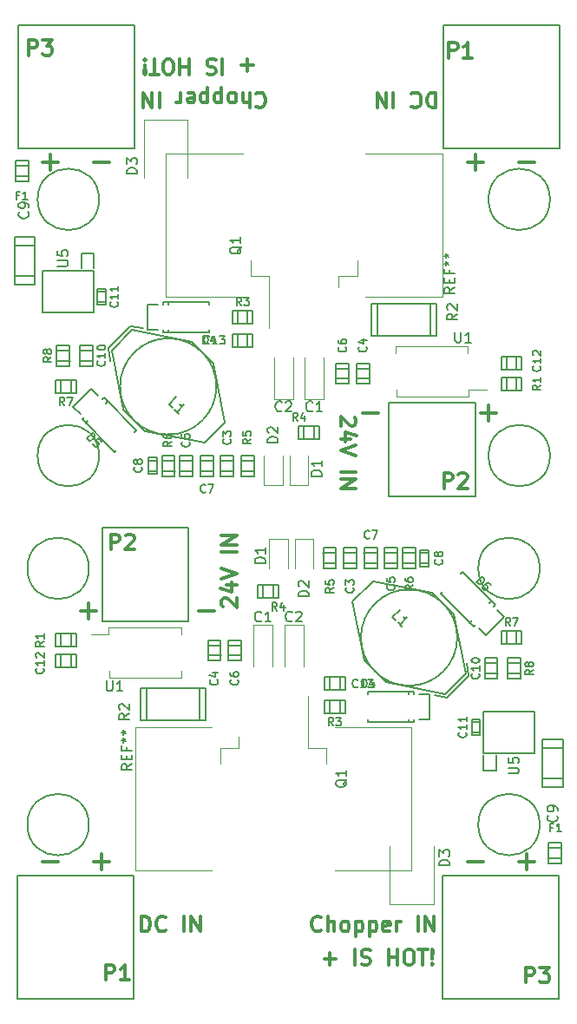
<source format=gto>
G04 #@! TF.GenerationSoftware,KiCad,Pcbnew,(5.1.5)-3*
G04 #@! TF.CreationDate,2020-02-03T09:46:18+01:00*
G04 #@! TF.ProjectId,Chopper_v2,43686f70-7065-4725-9f76-322e6b696361,rev?*
G04 #@! TF.SameCoordinates,PXc65d40PYb71b000*
G04 #@! TF.FileFunction,Legend,Top*
G04 #@! TF.FilePolarity,Positive*
%FSLAX46Y46*%
G04 Gerber Fmt 4.6, Leading zero omitted, Abs format (unit mm)*
G04 Created by KiCad (PCBNEW (5.1.5)-3) date 2020-02-03 09:46:18*
%MOMM*%
%LPD*%
G04 APERTURE LIST*
%ADD10C,0.300000*%
%ADD11C,0.150000*%
%ADD12C,0.120000*%
%ADD13C,0.200000*%
G04 APERTURE END LIST*
D10*
X47761904Y56142858D02*
X46238095Y56142858D01*
X47000000Y56904762D02*
X47000000Y55380953D01*
X24321428Y87285715D02*
X24392857Y87357143D01*
X24607142Y87428572D01*
X24750000Y87428572D01*
X24964285Y87357143D01*
X25107142Y87214286D01*
X25178571Y87071429D01*
X25250000Y86785715D01*
X25250000Y86571429D01*
X25178571Y86285715D01*
X25107142Y86142858D01*
X24964285Y86000000D01*
X24750000Y85928572D01*
X24607142Y85928572D01*
X24392857Y86000000D01*
X24321428Y86071429D01*
X23678571Y87428572D02*
X23678571Y85928572D01*
X23035714Y87428572D02*
X23035714Y86642858D01*
X23107142Y86500000D01*
X23250000Y86428572D01*
X23464285Y86428572D01*
X23607142Y86500000D01*
X23678571Y86571429D01*
X22107142Y87428572D02*
X22250000Y87357143D01*
X22321428Y87285715D01*
X22392857Y87142858D01*
X22392857Y86714286D01*
X22321428Y86571429D01*
X22250000Y86500000D01*
X22107142Y86428572D01*
X21892857Y86428572D01*
X21750000Y86500000D01*
X21678571Y86571429D01*
X21607142Y86714286D01*
X21607142Y87142858D01*
X21678571Y87285715D01*
X21750000Y87357143D01*
X21892857Y87428572D01*
X22107142Y87428572D01*
X20964285Y86428572D02*
X20964285Y87928572D01*
X20964285Y86500000D02*
X20821428Y86428572D01*
X20535714Y86428572D01*
X20392857Y86500000D01*
X20321428Y86571429D01*
X20250000Y86714286D01*
X20250000Y87142858D01*
X20321428Y87285715D01*
X20392857Y87357143D01*
X20535714Y87428572D01*
X20821428Y87428572D01*
X20964285Y87357143D01*
X19607142Y86428572D02*
X19607142Y87928572D01*
X19607142Y86500000D02*
X19464285Y86428572D01*
X19178571Y86428572D01*
X19035714Y86500000D01*
X18964285Y86571429D01*
X18892857Y86714286D01*
X18892857Y87142858D01*
X18964285Y87285715D01*
X19035714Y87357143D01*
X19178571Y87428572D01*
X19464285Y87428572D01*
X19607142Y87357143D01*
X17678571Y87357143D02*
X17821428Y87428572D01*
X18107142Y87428572D01*
X18249999Y87357143D01*
X18321428Y87214286D01*
X18321428Y86642858D01*
X18249999Y86500000D01*
X18107142Y86428572D01*
X17821428Y86428572D01*
X17678571Y86500000D01*
X17607142Y86642858D01*
X17607142Y86785715D01*
X18321428Y86928572D01*
X16964285Y87428572D02*
X16964285Y86428572D01*
X16964285Y86714286D02*
X16892857Y86571429D01*
X16821428Y86500000D01*
X16678571Y86428572D01*
X16535714Y86428572D01*
X14892857Y87428572D02*
X14892857Y85928572D01*
X14178571Y87428572D02*
X14178571Y85928572D01*
X13321428Y87428572D01*
X13321428Y85928572D01*
X36261904Y56142858D02*
X34738095Y56142858D01*
X5011904Y80642858D02*
X3488095Y80642858D01*
X4250000Y81404762D02*
X4250000Y79880953D01*
X10011904Y80642858D02*
X8488095Y80642858D01*
X46511904Y80642858D02*
X44988095Y80642858D01*
X45750000Y81404762D02*
X45750000Y79880953D01*
X41857142Y87428572D02*
X41857142Y85928572D01*
X41500000Y85928572D01*
X41285714Y86000000D01*
X41142857Y86142858D01*
X41071428Y86285715D01*
X41000000Y86571429D01*
X41000000Y86785715D01*
X41071428Y87071429D01*
X41142857Y87214286D01*
X41285714Y87357143D01*
X41500000Y87428572D01*
X41857142Y87428572D01*
X39500000Y87285715D02*
X39571428Y87357143D01*
X39785714Y87428572D01*
X39928571Y87428572D01*
X40142857Y87357143D01*
X40285714Y87214286D01*
X40357142Y87071429D01*
X40428571Y86785715D01*
X40428571Y86571429D01*
X40357142Y86285715D01*
X40285714Y86142858D01*
X40142857Y86000000D01*
X39928571Y85928572D01*
X39785714Y85928572D01*
X39571428Y86000000D01*
X39500000Y86071429D01*
X37714285Y87428572D02*
X37714285Y85928572D01*
X37000000Y87428572D02*
X37000000Y85928572D01*
X36142857Y87428572D01*
X36142857Y85928572D01*
X51511904Y80642858D02*
X49988095Y80642858D01*
X33928571Y55750000D02*
X34000000Y55678572D01*
X34071428Y55535715D01*
X34071428Y55178572D01*
X34000000Y55035715D01*
X33928571Y54964286D01*
X33785714Y54892858D01*
X33642857Y54892858D01*
X33428571Y54964286D01*
X32571428Y55821429D01*
X32571428Y54892858D01*
X33571428Y53607143D02*
X32571428Y53607143D01*
X34142857Y53964286D02*
X33071428Y54321429D01*
X33071428Y53392858D01*
X34071428Y53035715D02*
X32571428Y52535715D01*
X34071428Y52035715D01*
X32571428Y50392858D02*
X34071428Y50392858D01*
X32571428Y49678572D02*
X34071428Y49678572D01*
X32571428Y48821429D01*
X34071428Y48821429D01*
X24035714Y90107143D02*
X22892857Y90107143D01*
X23464285Y90678572D02*
X23464285Y89535715D01*
X21035714Y90678572D02*
X21035714Y89178572D01*
X20392857Y90607143D02*
X20178571Y90678572D01*
X19821428Y90678572D01*
X19678571Y90607143D01*
X19607142Y90535715D01*
X19535714Y90392858D01*
X19535714Y90250000D01*
X19607142Y90107143D01*
X19678571Y90035715D01*
X19821428Y89964286D01*
X20107142Y89892858D01*
X20250000Y89821429D01*
X20321428Y89750000D01*
X20392857Y89607143D01*
X20392857Y89464286D01*
X20321428Y89321429D01*
X20250000Y89250000D01*
X20107142Y89178572D01*
X19750000Y89178572D01*
X19535714Y89250000D01*
X17750000Y90678572D02*
X17750000Y89178572D01*
X17750000Y89892858D02*
X16892857Y89892858D01*
X16892857Y90678572D02*
X16892857Y89178572D01*
X15892857Y89178572D02*
X15607142Y89178572D01*
X15464285Y89250000D01*
X15321428Y89392858D01*
X15250000Y89678572D01*
X15250000Y90178572D01*
X15321428Y90464286D01*
X15464285Y90607143D01*
X15607142Y90678572D01*
X15892857Y90678572D01*
X16035714Y90607143D01*
X16178571Y90464286D01*
X16250000Y90178572D01*
X16250000Y89678572D01*
X16178571Y89392858D01*
X16035714Y89250000D01*
X15892857Y89178572D01*
X14821428Y89178572D02*
X13964285Y89178572D01*
X14392857Y90678572D02*
X14392857Y89178572D01*
X13464285Y90535715D02*
X13392857Y90607143D01*
X13464285Y90678572D01*
X13535714Y90607143D01*
X13464285Y90535715D01*
X13464285Y90678572D01*
X13464285Y90107143D02*
X13535714Y89250000D01*
X13464285Y89178572D01*
X13392857Y89250000D01*
X13464285Y90107143D01*
X13464285Y89178572D01*
X21071428Y37250000D02*
X21000000Y37321429D01*
X20928571Y37464286D01*
X20928571Y37821429D01*
X21000000Y37964286D01*
X21071428Y38035715D01*
X21214285Y38107143D01*
X21357142Y38107143D01*
X21571428Y38035715D01*
X22428571Y37178572D01*
X22428571Y38107143D01*
X21428571Y39392858D02*
X22428571Y39392858D01*
X20857142Y39035715D02*
X21928571Y38678572D01*
X21928571Y39607143D01*
X20928571Y39964286D02*
X22428571Y40464286D01*
X20928571Y40964286D01*
X22428571Y42607143D02*
X20928571Y42607143D01*
X22428571Y43321429D02*
X20928571Y43321429D01*
X22428571Y44178572D01*
X20928571Y44178572D01*
X18738095Y36857143D02*
X20261904Y36857143D01*
X7238095Y36857143D02*
X8761904Y36857143D01*
X8000000Y36095239D02*
X8000000Y37619048D01*
X3488095Y12357143D02*
X5011904Y12357143D01*
X49988095Y12357143D02*
X51511904Y12357143D01*
X50750000Y11595239D02*
X50750000Y13119048D01*
X44988095Y12357143D02*
X46511904Y12357143D01*
X8488095Y12357143D02*
X10011904Y12357143D01*
X9250000Y11595239D02*
X9250000Y13119048D01*
X30964285Y2892858D02*
X32107142Y2892858D01*
X31535714Y2321429D02*
X31535714Y3464286D01*
X33964285Y2321429D02*
X33964285Y3821429D01*
X34607142Y2392858D02*
X34821428Y2321429D01*
X35178571Y2321429D01*
X35321428Y2392858D01*
X35392857Y2464286D01*
X35464285Y2607143D01*
X35464285Y2750000D01*
X35392857Y2892858D01*
X35321428Y2964286D01*
X35178571Y3035715D01*
X34892857Y3107143D01*
X34750000Y3178572D01*
X34678571Y3250000D01*
X34607142Y3392858D01*
X34607142Y3535715D01*
X34678571Y3678572D01*
X34750000Y3750000D01*
X34892857Y3821429D01*
X35250000Y3821429D01*
X35464285Y3750000D01*
X37250000Y2321429D02*
X37250000Y3821429D01*
X37250000Y3107143D02*
X38107142Y3107143D01*
X38107142Y2321429D02*
X38107142Y3821429D01*
X39107142Y3821429D02*
X39392857Y3821429D01*
X39535714Y3750000D01*
X39678571Y3607143D01*
X39750000Y3321429D01*
X39750000Y2821429D01*
X39678571Y2535715D01*
X39535714Y2392858D01*
X39392857Y2321429D01*
X39107142Y2321429D01*
X38964285Y2392858D01*
X38821428Y2535715D01*
X38750000Y2821429D01*
X38750000Y3321429D01*
X38821428Y3607143D01*
X38964285Y3750000D01*
X39107142Y3821429D01*
X40178571Y3821429D02*
X41035714Y3821429D01*
X40607142Y2321429D02*
X40607142Y3821429D01*
X41535714Y2464286D02*
X41607142Y2392858D01*
X41535714Y2321429D01*
X41464285Y2392858D01*
X41535714Y2464286D01*
X41535714Y2321429D01*
X41535714Y2892858D02*
X41464285Y3750000D01*
X41535714Y3821429D01*
X41607142Y3750000D01*
X41535714Y2892858D01*
X41535714Y3821429D01*
X30678571Y5714286D02*
X30607142Y5642858D01*
X30392857Y5571429D01*
X30250000Y5571429D01*
X30035714Y5642858D01*
X29892857Y5785715D01*
X29821428Y5928572D01*
X29750000Y6214286D01*
X29750000Y6428572D01*
X29821428Y6714286D01*
X29892857Y6857143D01*
X30035714Y7000000D01*
X30250000Y7071429D01*
X30392857Y7071429D01*
X30607142Y7000000D01*
X30678571Y6928572D01*
X31321428Y5571429D02*
X31321428Y7071429D01*
X31964285Y5571429D02*
X31964285Y6357143D01*
X31892857Y6500000D01*
X31750000Y6571429D01*
X31535714Y6571429D01*
X31392857Y6500000D01*
X31321428Y6428572D01*
X32892857Y5571429D02*
X32750000Y5642858D01*
X32678571Y5714286D01*
X32607142Y5857143D01*
X32607142Y6285715D01*
X32678571Y6428572D01*
X32750000Y6500000D01*
X32892857Y6571429D01*
X33107142Y6571429D01*
X33250000Y6500000D01*
X33321428Y6428572D01*
X33392857Y6285715D01*
X33392857Y5857143D01*
X33321428Y5714286D01*
X33250000Y5642858D01*
X33107142Y5571429D01*
X32892857Y5571429D01*
X34035714Y6571429D02*
X34035714Y5071429D01*
X34035714Y6500000D02*
X34178571Y6571429D01*
X34464285Y6571429D01*
X34607142Y6500000D01*
X34678571Y6428572D01*
X34750000Y6285715D01*
X34750000Y5857143D01*
X34678571Y5714286D01*
X34607142Y5642858D01*
X34464285Y5571429D01*
X34178571Y5571429D01*
X34035714Y5642858D01*
X35392857Y6571429D02*
X35392857Y5071429D01*
X35392857Y6500000D02*
X35535714Y6571429D01*
X35821428Y6571429D01*
X35964285Y6500000D01*
X36035714Y6428572D01*
X36107142Y6285715D01*
X36107142Y5857143D01*
X36035714Y5714286D01*
X35964285Y5642858D01*
X35821428Y5571429D01*
X35535714Y5571429D01*
X35392857Y5642858D01*
X37321428Y5642858D02*
X37178571Y5571429D01*
X36892857Y5571429D01*
X36750000Y5642858D01*
X36678571Y5785715D01*
X36678571Y6357143D01*
X36750000Y6500000D01*
X36892857Y6571429D01*
X37178571Y6571429D01*
X37321428Y6500000D01*
X37392857Y6357143D01*
X37392857Y6214286D01*
X36678571Y6071429D01*
X38035714Y5571429D02*
X38035714Y6571429D01*
X38035714Y6285715D02*
X38107142Y6428572D01*
X38178571Y6500000D01*
X38321428Y6571429D01*
X38464285Y6571429D01*
X40107142Y5571429D02*
X40107142Y7071429D01*
X40821428Y5571429D02*
X40821428Y7071429D01*
X41678571Y5571429D01*
X41678571Y7071429D01*
X13142857Y5571429D02*
X13142857Y7071429D01*
X13500000Y7071429D01*
X13714285Y7000000D01*
X13857142Y6857143D01*
X13928571Y6714286D01*
X14000000Y6428572D01*
X14000000Y6214286D01*
X13928571Y5928572D01*
X13857142Y5785715D01*
X13714285Y5642858D01*
X13500000Y5571429D01*
X13142857Y5571429D01*
X15500000Y5714286D02*
X15428571Y5642858D01*
X15214285Y5571429D01*
X15071428Y5571429D01*
X14857142Y5642858D01*
X14714285Y5785715D01*
X14642857Y5928572D01*
X14571428Y6214286D01*
X14571428Y6428572D01*
X14642857Y6714286D01*
X14714285Y6857143D01*
X14857142Y7000000D01*
X15071428Y7071429D01*
X15214285Y7071429D01*
X15428571Y7000000D01*
X15500000Y6928572D01*
X17285714Y5571429D02*
X17285714Y7071429D01*
X18000000Y5571429D02*
X18000000Y7071429D01*
X18857142Y5571429D01*
X18857142Y7071429D01*
D11*
X9650000Y67000000D02*
X8850000Y67000000D01*
X9650000Y68000000D02*
X8850000Y68000000D01*
X9650000Y66700000D02*
X9650000Y68300000D01*
X8850000Y66700000D02*
X9650000Y66700000D01*
X8850000Y68300000D02*
X8850000Y66700000D01*
X9650000Y68300000D02*
X8850000Y68300000D01*
X1110000Y82000000D02*
X12470000Y82000000D01*
X12470000Y82000000D02*
X12470000Y94000000D01*
X12470000Y94000000D02*
X1110000Y94000000D01*
X1110000Y94000000D02*
X1110000Y82000000D01*
X30000000Y54900000D02*
X30000000Y53625000D01*
X29000000Y54875000D02*
X29000000Y53625000D01*
X30500000Y54875000D02*
X28500000Y54875000D01*
X30500000Y53625000D02*
X30500000Y54875000D01*
X28500000Y53625000D02*
X30500000Y53625000D01*
X28500000Y54875000D02*
X28500000Y53625000D01*
X9000000Y52000000D02*
G75*
G03X9000000Y52000000I-3000000J0D01*
G01*
X37300000Y48000000D02*
X45700000Y48000000D01*
X45700000Y57200000D02*
X45700000Y48000000D01*
X37300000Y57200000D02*
X45700000Y57200000D01*
X37300000Y48000000D02*
X37300000Y57200000D01*
X20125000Y52000000D02*
X18875000Y52000000D01*
X18875000Y52000000D02*
X18875000Y50000000D01*
X18875000Y50000000D02*
X20125000Y50000000D01*
X20125000Y50000000D02*
X20125000Y52000000D01*
X20125000Y51500000D02*
X18875000Y51500000D01*
X20150000Y50500000D02*
X18875000Y50500000D01*
X6250000Y59400000D02*
X6250000Y58125000D01*
X5250000Y59375000D02*
X5250000Y58125000D01*
X6750000Y59375000D02*
X4750000Y59375000D01*
X6750000Y58125000D02*
X6750000Y59375000D01*
X4750000Y58125000D02*
X6750000Y58125000D01*
X4750000Y59375000D02*
X4750000Y58125000D01*
X7100000Y62250000D02*
X8375000Y62250000D01*
X7125000Y61250000D02*
X8375000Y61250000D01*
X7125000Y62750000D02*
X7125000Y60750000D01*
X8375000Y62750000D02*
X7125000Y62750000D01*
X8375000Y60750000D02*
X8375000Y62750000D01*
X7125000Y60750000D02*
X8375000Y60750000D01*
X53000000Y52000000D02*
G75*
G03X53000000Y52000000I-3000000J0D01*
G01*
X9000000Y77000000D02*
G75*
G03X9000000Y77000000I-3000000J0D01*
G01*
X53000000Y77000000D02*
G75*
G03X53000000Y77000000I-3000000J0D01*
G01*
X16400000Y50500000D02*
X15125000Y50500000D01*
X16375000Y51500000D02*
X15125000Y51500000D01*
X16375000Y50000000D02*
X16375000Y52000000D01*
X15125000Y50000000D02*
X16375000Y50000000D01*
X15125000Y52000000D02*
X15125000Y50000000D01*
X16375000Y52000000D02*
X15125000Y52000000D01*
X35575000Y66850000D02*
X35575000Y63650000D01*
X35575000Y63650000D02*
X41925000Y63650000D01*
X41925000Y63650000D02*
X41925000Y66850000D01*
X41925000Y66850000D02*
X35575000Y66850000D01*
X36175000Y66850000D02*
X36175000Y63650000D01*
X41325000Y63650000D02*
X41325000Y66850000D01*
D12*
X45050000Y58450000D02*
X46800000Y58450000D01*
X45000000Y62035000D02*
X45000000Y62685000D01*
X37950000Y62035000D02*
X37950000Y62685000D01*
X38000000Y57785000D02*
X38000000Y58435000D01*
X45000000Y62685000D02*
X37950000Y62685000D01*
X38000000Y57785000D02*
X45050000Y57785000D01*
X45050000Y57785000D02*
X45050000Y58435000D01*
D11*
X18125000Y52000000D02*
X16875000Y52000000D01*
X16875000Y52000000D02*
X16875000Y50000000D01*
X16875000Y50000000D02*
X18125000Y50000000D01*
X18125000Y50000000D02*
X18125000Y52000000D01*
X18125000Y51500000D02*
X16875000Y51500000D01*
X18150000Y50500000D02*
X16875000Y50500000D01*
X6150000Y61250000D02*
X4875000Y61250000D01*
X6125000Y62250000D02*
X4875000Y62250000D01*
X6125000Y60750000D02*
X6125000Y62750000D01*
X4875000Y60750000D02*
X6125000Y60750000D01*
X4875000Y62750000D02*
X4875000Y60750000D01*
X6125000Y62750000D02*
X4875000Y62750000D01*
X14650000Y51800000D02*
X13850000Y51800000D01*
X13850000Y51800000D02*
X13850000Y50200000D01*
X13850000Y50200000D02*
X14650000Y50200000D01*
X14650000Y50200000D02*
X14650000Y51800000D01*
X14650000Y51500000D02*
X13850000Y51500000D01*
X14650000Y50500000D02*
X13850000Y50500000D01*
X24150000Y50500000D02*
X22875000Y50500000D01*
X24125000Y51500000D02*
X22875000Y51500000D01*
X24125000Y50000000D02*
X24125000Y52000000D01*
X22875000Y50000000D02*
X24125000Y50000000D01*
X22875000Y52000000D02*
X22875000Y50000000D01*
X24125000Y52000000D02*
X22875000Y52000000D01*
X7250000Y71750000D02*
X7250000Y70250000D01*
X8500000Y71750000D02*
X7250000Y71750000D01*
X8500000Y70250000D02*
X8500000Y71750000D01*
X8500000Y66000000D02*
X8500000Y70000000D01*
X3500000Y66000000D02*
X8500000Y66000000D01*
X3500000Y70000000D02*
X3500000Y66000000D01*
X8500000Y70000000D02*
X3500000Y70000000D01*
X23500000Y66150000D02*
X23500000Y64875000D01*
X22500000Y66125000D02*
X22500000Y64875000D01*
X24000000Y66125000D02*
X22000000Y66125000D01*
X24000000Y64875000D02*
X24000000Y66125000D01*
X22000000Y64875000D02*
X24000000Y64875000D01*
X22000000Y66125000D02*
X22000000Y64875000D01*
X34125000Y59000000D02*
X35375000Y59000000D01*
X35375000Y59000000D02*
X35375000Y61000000D01*
X35375000Y61000000D02*
X34125000Y61000000D01*
X34125000Y61000000D02*
X34125000Y59000000D01*
X34125000Y59500000D02*
X35375000Y59500000D01*
X34100000Y60500000D02*
X35375000Y60500000D01*
X22150000Y50500000D02*
X20875000Y50500000D01*
X22125000Y51500000D02*
X20875000Y51500000D01*
X22125000Y50000000D02*
X22125000Y52000000D01*
X20875000Y50000000D02*
X22125000Y50000000D01*
X20875000Y52000000D02*
X20875000Y50000000D01*
X22125000Y52000000D02*
X20875000Y52000000D01*
X48250000Y59625000D02*
X48250000Y58375000D01*
X48250000Y58375000D02*
X50250000Y58375000D01*
X50250000Y58375000D02*
X50250000Y59625000D01*
X50250000Y59625000D02*
X48250000Y59625000D01*
X48750000Y59625000D02*
X48750000Y58375000D01*
X49750000Y59650000D02*
X49750000Y58375000D01*
X9646447Y57121320D02*
X9823223Y57298097D01*
X9292893Y57474874D02*
X9469670Y57651650D01*
X7348350Y55530330D02*
X7525126Y55707107D01*
X9469670Y57651650D02*
X12651650Y54469670D01*
X7348350Y55530330D02*
X10530330Y52348350D01*
X12474874Y54292893D02*
X12651650Y54469670D01*
X10530330Y52348350D02*
X10707107Y52525126D01*
X7701903Y55176777D02*
X7878680Y55353553D01*
X8939340Y57828427D02*
X8232233Y58535534D01*
X8232233Y58535534D02*
X6464466Y56767767D01*
X6464466Y56767767D02*
X7171573Y56060660D01*
X13750000Y64250000D02*
X14750000Y64250000D01*
X13750000Y66750000D02*
X13750000Y64250000D01*
X14750000Y66750000D02*
X13750000Y66750000D01*
X15750000Y64000000D02*
X15750000Y64250000D01*
X19750000Y64000000D02*
X19750000Y64250000D01*
X19750000Y66750000D02*
X19750000Y67000000D01*
X15250000Y64000000D02*
X19750000Y64000000D01*
X15250000Y67000000D02*
X19750000Y67000000D01*
X15250000Y64000000D02*
X15250000Y64250000D01*
X15250000Y66750000D02*
X15250000Y67000000D01*
X15750000Y66750000D02*
X15750000Y67000000D01*
X20450000Y58750000D02*
G75*
G03X20450000Y58750000I-4700000J0D01*
G01*
X12214466Y64265433D02*
X10234567Y62285534D01*
X10234567Y62285534D02*
X11365938Y56487258D01*
X11365938Y56487258D02*
X13487258Y54365938D01*
X13487258Y54365938D02*
X19285534Y53234567D01*
X19285534Y53234567D02*
X21265433Y55214466D01*
X21265433Y55214466D02*
X20134062Y61012742D01*
X20134062Y61012742D02*
X18012742Y63134062D01*
X18012742Y63134062D02*
X12214466Y64265433D01*
X13275126Y64406854D02*
X12037689Y64583631D01*
X12037689Y64583631D02*
X9916369Y62462311D01*
X9916369Y62462311D02*
X10093146Y61224874D01*
X42610000Y94000000D02*
X42610000Y82000000D01*
X53970000Y94000000D02*
X42610000Y94000000D01*
X53970000Y82000000D02*
X53970000Y94000000D01*
X42610000Y82000000D02*
X53970000Y82000000D01*
X32100000Y60500000D02*
X33375000Y60500000D01*
X32125000Y59500000D02*
X33375000Y59500000D01*
X32125000Y61000000D02*
X32125000Y59000000D01*
X33375000Y61000000D02*
X32125000Y61000000D01*
X33375000Y59000000D02*
X33375000Y61000000D01*
X32125000Y59000000D02*
X33375000Y59000000D01*
X2150000Y79250000D02*
X875000Y79250000D01*
X2125000Y80250000D02*
X875000Y80250000D01*
X2125000Y78750000D02*
X2125000Y80750000D01*
X875000Y78750000D02*
X2125000Y78750000D01*
X875000Y80750000D02*
X875000Y78750000D01*
X2125000Y80750000D02*
X875000Y80750000D01*
D12*
X23800000Y71050000D02*
X23800000Y69550000D01*
X23800000Y69550000D02*
X25610000Y69550000D01*
X25610000Y69550000D02*
X25610000Y64425000D01*
X34200000Y71050000D02*
X34200000Y69550000D01*
X34200000Y69550000D02*
X32390000Y69550000D01*
X32390000Y69550000D02*
X32390000Y68450000D01*
X26065000Y61600000D02*
X26065000Y57515000D01*
X26065000Y57515000D02*
X27935000Y57515000D01*
X27935000Y57515000D02*
X27935000Y61600000D01*
X25090000Y52000000D02*
X25090000Y49115000D01*
X25090000Y49115000D02*
X26910000Y49115000D01*
X26910000Y49115000D02*
X26910000Y52000000D01*
X17650000Y84800000D02*
X13350000Y84800000D01*
X13350000Y84800000D02*
X13350000Y79100000D01*
X17650000Y84800000D02*
X17650000Y79100000D01*
X27590000Y52000000D02*
X27590000Y49115000D01*
X27590000Y49115000D02*
X29410000Y49115000D01*
X29410000Y49115000D02*
X29410000Y52000000D01*
X15500000Y67500000D02*
X15500000Y81500000D01*
X42500000Y67500000D02*
X35000000Y67500000D01*
X42500000Y81500000D02*
X42500000Y67500000D01*
X23000000Y67500000D02*
X15500000Y67500000D01*
X42500000Y81500000D02*
X35000000Y81500000D01*
X23000000Y81500000D02*
X15500000Y81500000D01*
X29065000Y61600000D02*
X29065000Y57515000D01*
X29065000Y57515000D02*
X30935000Y57515000D01*
X30935000Y57515000D02*
X30935000Y61600000D01*
D11*
X2750000Y69500000D02*
X750000Y69500000D01*
X2750000Y72500000D02*
X750000Y72500000D01*
X2750000Y68700000D02*
X2750000Y73300000D01*
X750000Y68700000D02*
X2750000Y68700000D01*
X750000Y73300000D02*
X750000Y68700000D01*
X2750000Y73300000D02*
X750000Y73300000D01*
X22500000Y62600000D02*
X22500000Y63875000D01*
X23500000Y62625000D02*
X23500000Y63875000D01*
X22000000Y62625000D02*
X24000000Y62625000D01*
X22000000Y63875000D02*
X22000000Y62625000D01*
X24000000Y63875000D02*
X22000000Y63875000D01*
X24000000Y62625000D02*
X24000000Y63875000D01*
X49750000Y61650000D02*
X49750000Y60375000D01*
X48750000Y61625000D02*
X48750000Y60375000D01*
X50250000Y61625000D02*
X48250000Y61625000D01*
X50250000Y60375000D02*
X50250000Y61625000D01*
X48250000Y60375000D02*
X50250000Y60375000D01*
X48250000Y61625000D02*
X48250000Y60375000D01*
X31000000Y30375000D02*
X31000000Y29125000D01*
X31000000Y29125000D02*
X33000000Y29125000D01*
X33000000Y29125000D02*
X33000000Y30375000D01*
X33000000Y30375000D02*
X31000000Y30375000D01*
X31500000Y30375000D02*
X31500000Y29125000D01*
X32500000Y30400000D02*
X32500000Y29125000D01*
X6750000Y31375000D02*
X6750000Y32625000D01*
X6750000Y32625000D02*
X4750000Y32625000D01*
X4750000Y32625000D02*
X4750000Y31375000D01*
X4750000Y31375000D02*
X6750000Y31375000D01*
X6250000Y31375000D02*
X6250000Y32625000D01*
X5250000Y31350000D02*
X5250000Y32625000D01*
X52875000Y12250000D02*
X54125000Y12250000D01*
X54125000Y12250000D02*
X54125000Y14250000D01*
X54125000Y14250000D02*
X52875000Y14250000D01*
X52875000Y14250000D02*
X52875000Y12250000D01*
X52875000Y12750000D02*
X54125000Y12750000D01*
X52850000Y13750000D02*
X54125000Y13750000D01*
X52250000Y19700000D02*
X54250000Y19700000D01*
X54250000Y19700000D02*
X54250000Y24300000D01*
X54250000Y24300000D02*
X52250000Y24300000D01*
X52250000Y24300000D02*
X52250000Y19700000D01*
X52250000Y20500000D02*
X54250000Y20500000D01*
X52250000Y23500000D02*
X54250000Y23500000D01*
D12*
X32000000Y11500000D02*
X39500000Y11500000D01*
X12500000Y11500000D02*
X20000000Y11500000D01*
X32000000Y25500000D02*
X39500000Y25500000D01*
X12500000Y11500000D02*
X12500000Y25500000D01*
X12500000Y25500000D02*
X20000000Y25500000D01*
X39500000Y25500000D02*
X39500000Y11500000D01*
X24065000Y35485000D02*
X24065000Y31400000D01*
X25935000Y35485000D02*
X24065000Y35485000D01*
X25935000Y31400000D02*
X25935000Y35485000D01*
X37350000Y8200000D02*
X37350000Y13900000D01*
X41650000Y8200000D02*
X41650000Y13900000D01*
X37350000Y8200000D02*
X41650000Y8200000D01*
X27065000Y35485000D02*
X27065000Y31400000D01*
X28935000Y35485000D02*
X27065000Y35485000D01*
X28935000Y31400000D02*
X28935000Y35485000D01*
X28090000Y43885000D02*
X28090000Y41000000D01*
X29910000Y43885000D02*
X28090000Y43885000D01*
X29910000Y41000000D02*
X29910000Y43885000D01*
X25590000Y43885000D02*
X25590000Y41000000D01*
X27410000Y43885000D02*
X25590000Y43885000D01*
X27410000Y41000000D02*
X27410000Y43885000D01*
X22610000Y23450000D02*
X22610000Y24550000D01*
X20800000Y23450000D02*
X22610000Y23450000D01*
X20800000Y21950000D02*
X20800000Y23450000D01*
X29390000Y23450000D02*
X29390000Y28575000D01*
X31200000Y23450000D02*
X29390000Y23450000D01*
X31200000Y21950000D02*
X31200000Y23450000D01*
X9950000Y35215000D02*
X9950000Y34565000D01*
X17000000Y35215000D02*
X9950000Y35215000D01*
X10000000Y30315000D02*
X17050000Y30315000D01*
X17000000Y35215000D02*
X17000000Y34565000D01*
X17050000Y30965000D02*
X17050000Y30315000D01*
X10000000Y30965000D02*
X10000000Y30315000D01*
X9950000Y34550000D02*
X8200000Y34550000D01*
D11*
X48875000Y30250000D02*
X50125000Y30250000D01*
X50125000Y30250000D02*
X50125000Y32250000D01*
X50125000Y32250000D02*
X48875000Y32250000D01*
X48875000Y32250000D02*
X48875000Y30250000D01*
X48875000Y30750000D02*
X50125000Y30750000D01*
X48850000Y31750000D02*
X50125000Y31750000D01*
X50250000Y33625000D02*
X50250000Y34875000D01*
X50250000Y34875000D02*
X48250000Y34875000D01*
X48250000Y34875000D02*
X48250000Y33625000D01*
X48250000Y33625000D02*
X50250000Y33625000D01*
X49750000Y33625000D02*
X49750000Y34875000D01*
X48750000Y33600000D02*
X48750000Y34875000D01*
X38625000Y41000000D02*
X39875000Y41000000D01*
X39875000Y41000000D02*
X39875000Y43000000D01*
X39875000Y43000000D02*
X38625000Y43000000D01*
X38625000Y43000000D02*
X38625000Y41000000D01*
X38625000Y41500000D02*
X39875000Y41500000D01*
X38600000Y42500000D02*
X39875000Y42500000D01*
X13675000Y29350000D02*
X13675000Y26150000D01*
X18825000Y26150000D02*
X18825000Y29350000D01*
X13075000Y26150000D02*
X19425000Y26150000D01*
X13075000Y29350000D02*
X13075000Y26150000D01*
X19425000Y29350000D02*
X13075000Y29350000D01*
X19425000Y26150000D02*
X19425000Y29350000D01*
X17700000Y45000000D02*
X17700000Y35800000D01*
X17700000Y35800000D02*
X9300000Y35800000D01*
X9300000Y35800000D02*
X9300000Y45000000D01*
X17700000Y45000000D02*
X9300000Y45000000D01*
X52000000Y16000000D02*
G75*
G03X52000000Y16000000I-3000000J0D01*
G01*
X8000000Y16000000D02*
G75*
G03X8000000Y16000000I-3000000J0D01*
G01*
X8000000Y41000000D02*
G75*
G03X8000000Y41000000I-3000000J0D01*
G01*
X52000000Y41000000D02*
G75*
G03X52000000Y41000000I-3000000J0D01*
G01*
X30875000Y41000000D02*
X32125000Y41000000D01*
X32125000Y41000000D02*
X32125000Y43000000D01*
X32125000Y43000000D02*
X30875000Y43000000D01*
X30875000Y43000000D02*
X30875000Y41000000D01*
X30875000Y41500000D02*
X32125000Y41500000D01*
X30850000Y42500000D02*
X32125000Y42500000D01*
X26500000Y38125000D02*
X26500000Y39375000D01*
X26500000Y39375000D02*
X24500000Y39375000D01*
X24500000Y39375000D02*
X24500000Y38125000D01*
X24500000Y38125000D02*
X26500000Y38125000D01*
X26000000Y38125000D02*
X26000000Y39375000D01*
X25000000Y38100000D02*
X25000000Y39375000D01*
X53890000Y-1000000D02*
X53890000Y11000000D01*
X42530000Y-1000000D02*
X53890000Y-1000000D01*
X42530000Y11000000D02*
X42530000Y-1000000D01*
X53890000Y11000000D02*
X42530000Y11000000D01*
X45350000Y24700000D02*
X46150000Y24700000D01*
X46150000Y24700000D02*
X46150000Y26300000D01*
X46150000Y26300000D02*
X45350000Y26300000D01*
X45350000Y26300000D02*
X45350000Y24700000D01*
X45350000Y25000000D02*
X46150000Y25000000D01*
X45350000Y26000000D02*
X46150000Y26000000D01*
X47875000Y32250000D02*
X46625000Y32250000D01*
X46625000Y32250000D02*
X46625000Y30250000D01*
X46625000Y30250000D02*
X47875000Y30250000D01*
X47875000Y30250000D02*
X47875000Y32250000D01*
X47875000Y31750000D02*
X46625000Y31750000D01*
X47900000Y30750000D02*
X46625000Y30750000D01*
X40350000Y42500000D02*
X41150000Y42500000D01*
X40350000Y41500000D02*
X41150000Y41500000D01*
X40350000Y42800000D02*
X40350000Y41200000D01*
X41150000Y42800000D02*
X40350000Y42800000D01*
X41150000Y41200000D02*
X41150000Y42800000D01*
X40350000Y41200000D02*
X41150000Y41200000D01*
X36850000Y42500000D02*
X38125000Y42500000D01*
X36875000Y41500000D02*
X38125000Y41500000D01*
X36875000Y43000000D02*
X36875000Y41000000D01*
X38125000Y43000000D02*
X36875000Y43000000D01*
X38125000Y41000000D02*
X38125000Y43000000D01*
X36875000Y41000000D02*
X38125000Y41000000D01*
X34850000Y42500000D02*
X36125000Y42500000D01*
X34875000Y41500000D02*
X36125000Y41500000D01*
X34875000Y43000000D02*
X34875000Y41000000D01*
X36125000Y43000000D02*
X34875000Y43000000D01*
X36125000Y41000000D02*
X36125000Y43000000D01*
X34875000Y41000000D02*
X36125000Y41000000D01*
X20900000Y32500000D02*
X19625000Y32500000D01*
X20875000Y33500000D02*
X19625000Y33500000D01*
X20875000Y32000000D02*
X20875000Y34000000D01*
X19625000Y32000000D02*
X20875000Y32000000D01*
X19625000Y34000000D02*
X19625000Y32000000D01*
X20875000Y34000000D02*
X19625000Y34000000D01*
X22875000Y34000000D02*
X21625000Y34000000D01*
X21625000Y34000000D02*
X21625000Y32000000D01*
X21625000Y32000000D02*
X22875000Y32000000D01*
X22875000Y32000000D02*
X22875000Y34000000D01*
X22875000Y33500000D02*
X21625000Y33500000D01*
X22900000Y32500000D02*
X21625000Y32500000D01*
X32875000Y41000000D02*
X34125000Y41000000D01*
X34125000Y41000000D02*
X34125000Y43000000D01*
X34125000Y43000000D02*
X32875000Y43000000D01*
X32875000Y43000000D02*
X32875000Y41000000D01*
X32875000Y41500000D02*
X34125000Y41500000D01*
X32850000Y42500000D02*
X34125000Y42500000D01*
X39250000Y26250000D02*
X39250000Y26000000D01*
X39750000Y26250000D02*
X39750000Y26000000D01*
X39750000Y29000000D02*
X39750000Y28750000D01*
X39750000Y26000000D02*
X35250000Y26000000D01*
X39750000Y29000000D02*
X35250000Y29000000D01*
X35250000Y26250000D02*
X35250000Y26000000D01*
X35250000Y29000000D02*
X35250000Y28750000D01*
X39250000Y29000000D02*
X39250000Y28750000D01*
X40250000Y26250000D02*
X41250000Y26250000D01*
X41250000Y26250000D02*
X41250000Y28750000D01*
X41250000Y28750000D02*
X40250000Y28750000D01*
X48535534Y36232233D02*
X47828427Y36939340D01*
X46767767Y34464466D02*
X48535534Y36232233D01*
X46060660Y35171573D02*
X46767767Y34464466D01*
X47298097Y37823223D02*
X47121320Y37646447D01*
X44469670Y40651650D02*
X44292893Y40474874D01*
X42525126Y38707107D02*
X42348350Y38530330D01*
X47651650Y37469670D02*
X44469670Y40651650D01*
X45530330Y35348350D02*
X42348350Y38530330D01*
X47651650Y37469670D02*
X47474874Y37292893D01*
X45707107Y35525126D02*
X45530330Y35348350D01*
X45353553Y35878680D02*
X45176777Y35701903D01*
X45083631Y30537689D02*
X44906854Y31775126D01*
X42962311Y28416369D02*
X45083631Y30537689D01*
X41724874Y28593146D02*
X42962311Y28416369D01*
X36987258Y29865938D02*
X42785534Y28734567D01*
X34865938Y31987258D02*
X36987258Y29865938D01*
X33734567Y37785534D02*
X34865938Y31987258D01*
X35714466Y39765433D02*
X33734567Y37785534D01*
X41512742Y38634062D02*
X35714466Y39765433D01*
X43634062Y36512742D02*
X41512742Y38634062D01*
X44765433Y30714466D02*
X43634062Y36512742D01*
X42785534Y28734567D02*
X44765433Y30714466D01*
X43950000Y34250000D02*
G75*
G03X43950000Y34250000I-4700000J0D01*
G01*
X12390000Y11000000D02*
X1030000Y11000000D01*
X1030000Y11000000D02*
X1030000Y-1000000D01*
X1030000Y-1000000D02*
X12390000Y-1000000D01*
X12390000Y-1000000D02*
X12390000Y11000000D01*
X5250000Y33350000D02*
X5250000Y34625000D01*
X6250000Y33375000D02*
X6250000Y34625000D01*
X4750000Y33375000D02*
X6750000Y33375000D01*
X4750000Y34625000D02*
X4750000Y33375000D01*
X6750000Y34625000D02*
X4750000Y34625000D01*
X6750000Y33375000D02*
X6750000Y34625000D01*
X33000000Y26875000D02*
X33000000Y28125000D01*
X33000000Y28125000D02*
X31000000Y28125000D01*
X31000000Y28125000D02*
X31000000Y26875000D01*
X31000000Y26875000D02*
X33000000Y26875000D01*
X32500000Y26875000D02*
X32500000Y28125000D01*
X31500000Y26850000D02*
X31500000Y28125000D01*
X46500000Y23000000D02*
X51500000Y23000000D01*
X51500000Y23000000D02*
X51500000Y27000000D01*
X51500000Y27000000D02*
X46500000Y27000000D01*
X46500000Y27000000D02*
X46500000Y23000000D01*
X46500000Y22750000D02*
X46500000Y21250000D01*
X46500000Y21250000D02*
X47750000Y21250000D01*
X47750000Y21250000D02*
X47750000Y22750000D01*
D13*
X10785714Y66985715D02*
X10823809Y66947620D01*
X10861904Y66833334D01*
X10861904Y66757143D01*
X10823809Y66642858D01*
X10747619Y66566667D01*
X10671428Y66528572D01*
X10519047Y66490477D01*
X10404761Y66490477D01*
X10252380Y66528572D01*
X10176190Y66566667D01*
X10100000Y66642858D01*
X10061904Y66757143D01*
X10061904Y66833334D01*
X10100000Y66947620D01*
X10138095Y66985715D01*
X10861904Y67747620D02*
X10861904Y67290477D01*
X10861904Y67519048D02*
X10061904Y67519048D01*
X10176190Y67442858D01*
X10252380Y67366667D01*
X10290476Y67290477D01*
X10861904Y68509524D02*
X10861904Y68052381D01*
X10861904Y68280953D02*
X10061904Y68280953D01*
X10176190Y68204762D01*
X10252380Y68128572D01*
X10290476Y68052381D01*
D10*
X2142857Y91071429D02*
X2142857Y92571429D01*
X2714285Y92571429D01*
X2857142Y92500000D01*
X2928571Y92428572D01*
X3000000Y92285715D01*
X3000000Y92071429D01*
X2928571Y91928572D01*
X2857142Y91857143D01*
X2714285Y91785715D01*
X2142857Y91785715D01*
X3500000Y92571429D02*
X4428571Y92571429D01*
X3928571Y92000000D01*
X4142857Y92000000D01*
X4285714Y91928572D01*
X4357142Y91857143D01*
X4428571Y91714286D01*
X4428571Y91357143D01*
X4357142Y91214286D01*
X4285714Y91142858D01*
X4142857Y91071429D01*
X3714285Y91071429D01*
X3571428Y91142858D01*
X3500000Y91214286D01*
D13*
X28366666Y55388096D02*
X28100000Y55769048D01*
X27909523Y55388096D02*
X27909523Y56188096D01*
X28214285Y56188096D01*
X28290476Y56150000D01*
X28328571Y56111905D01*
X28366666Y56035715D01*
X28366666Y55921429D01*
X28328571Y55845239D01*
X28290476Y55807143D01*
X28214285Y55769048D01*
X27909523Y55769048D01*
X29052380Y55921429D02*
X29052380Y55388096D01*
X28861904Y56226191D02*
X28671428Y55654762D01*
X29166666Y55654762D01*
D10*
X42642857Y48821429D02*
X42642857Y50321429D01*
X43214285Y50321429D01*
X43357142Y50250000D01*
X43428571Y50178572D01*
X43500000Y50035715D01*
X43500000Y49821429D01*
X43428571Y49678572D01*
X43357142Y49607143D01*
X43214285Y49535715D01*
X42642857Y49535715D01*
X44071428Y50178572D02*
X44142857Y50250000D01*
X44285714Y50321429D01*
X44642857Y50321429D01*
X44785714Y50250000D01*
X44857142Y50178572D01*
X44928571Y50035715D01*
X44928571Y49892858D01*
X44857142Y49678572D01*
X44000000Y48821429D01*
X44928571Y48821429D01*
D13*
X19366666Y48464286D02*
X19328571Y48426191D01*
X19214285Y48388096D01*
X19138095Y48388096D01*
X19023809Y48426191D01*
X18947619Y48502381D01*
X18909523Y48578572D01*
X18871428Y48730953D01*
X18871428Y48845239D01*
X18909523Y48997620D01*
X18947619Y49073810D01*
X19023809Y49150000D01*
X19138095Y49188096D01*
X19214285Y49188096D01*
X19328571Y49150000D01*
X19366666Y49111905D01*
X19633333Y49188096D02*
X20166666Y49188096D01*
X19823809Y48388096D01*
X5616666Y56888096D02*
X5350000Y57269048D01*
X5159523Y56888096D02*
X5159523Y57688096D01*
X5464285Y57688096D01*
X5540476Y57650000D01*
X5578571Y57611905D01*
X5616666Y57535715D01*
X5616666Y57421429D01*
X5578571Y57345239D01*
X5540476Y57307143D01*
X5464285Y57269048D01*
X5159523Y57269048D01*
X5883333Y57688096D02*
X6416666Y57688096D01*
X6073809Y56888096D01*
X9535714Y61235715D02*
X9573809Y61197620D01*
X9611904Y61083334D01*
X9611904Y61007143D01*
X9573809Y60892858D01*
X9497619Y60816667D01*
X9421428Y60778572D01*
X9269047Y60740477D01*
X9154761Y60740477D01*
X9002380Y60778572D01*
X8926190Y60816667D01*
X8850000Y60892858D01*
X8811904Y61007143D01*
X8811904Y61083334D01*
X8850000Y61197620D01*
X8888095Y61235715D01*
X9611904Y61997620D02*
X9611904Y61540477D01*
X9611904Y61769048D02*
X8811904Y61769048D01*
X8926190Y61692858D01*
X9002380Y61616667D01*
X9040476Y61540477D01*
X8811904Y62492858D02*
X8811904Y62569048D01*
X8850000Y62645239D01*
X8888095Y62683334D01*
X8964285Y62721429D01*
X9116666Y62759524D01*
X9307142Y62759524D01*
X9459523Y62721429D01*
X9535714Y62683334D01*
X9573809Y62645239D01*
X9611904Y62569048D01*
X9611904Y62492858D01*
X9573809Y62416667D01*
X9535714Y62378572D01*
X9459523Y62340477D01*
X9307142Y62302381D01*
X9116666Y62302381D01*
X8964285Y62340477D01*
X8888095Y62378572D01*
X8850000Y62416667D01*
X8811904Y62492858D01*
X16071904Y53366667D02*
X15690952Y53100000D01*
X16071904Y52909524D02*
X15271904Y52909524D01*
X15271904Y53214286D01*
X15310000Y53290477D01*
X15348095Y53328572D01*
X15424285Y53366667D01*
X15538571Y53366667D01*
X15614761Y53328572D01*
X15652857Y53290477D01*
X15690952Y53214286D01*
X15690952Y52909524D01*
X15271904Y54052381D02*
X15271904Y53900000D01*
X15310000Y53823810D01*
X15348095Y53785715D01*
X15462380Y53709524D01*
X15614761Y53671429D01*
X15919523Y53671429D01*
X15995714Y53709524D01*
X16033809Y53747620D01*
X16071904Y53823810D01*
X16071904Y53976191D01*
X16033809Y54052381D01*
X15995714Y54090477D01*
X15919523Y54128572D01*
X15729047Y54128572D01*
X15652857Y54090477D01*
X15614761Y54052381D01*
X15576666Y53976191D01*
X15576666Y53823810D01*
X15614761Y53747620D01*
X15652857Y53709524D01*
X15729047Y53671429D01*
X43952380Y65833334D02*
X43476190Y65500000D01*
X43952380Y65261905D02*
X42952380Y65261905D01*
X42952380Y65642858D01*
X43000000Y65738096D01*
X43047619Y65785715D01*
X43142857Y65833334D01*
X43285714Y65833334D01*
X43380952Y65785715D01*
X43428571Y65738096D01*
X43476190Y65642858D01*
X43476190Y65261905D01*
X43047619Y66214286D02*
X43000000Y66261905D01*
X42952380Y66357143D01*
X42952380Y66595239D01*
X43000000Y66690477D01*
X43047619Y66738096D01*
X43142857Y66785715D01*
X43238095Y66785715D01*
X43380952Y66738096D01*
X43952380Y66166667D01*
X43952380Y66785715D01*
D11*
X43738095Y64047620D02*
X43738095Y63238096D01*
X43785714Y63142858D01*
X43833333Y63095239D01*
X43928571Y63047620D01*
X44119047Y63047620D01*
X44214285Y63095239D01*
X44261904Y63142858D01*
X44309523Y63238096D01*
X44309523Y64047620D01*
X45309523Y63047620D02*
X44738095Y63047620D01*
X45023809Y63047620D02*
X45023809Y64047620D01*
X44928571Y63904762D01*
X44833333Y63809524D01*
X44738095Y63761905D01*
D13*
X17785714Y53366667D02*
X17823809Y53328572D01*
X17861904Y53214286D01*
X17861904Y53138096D01*
X17823809Y53023810D01*
X17747619Y52947620D01*
X17671428Y52909524D01*
X17519047Y52871429D01*
X17404761Y52871429D01*
X17252380Y52909524D01*
X17176190Y52947620D01*
X17100000Y53023810D01*
X17061904Y53138096D01*
X17061904Y53214286D01*
X17100000Y53328572D01*
X17138095Y53366667D01*
X17061904Y54090477D02*
X17061904Y53709524D01*
X17442857Y53671429D01*
X17404761Y53709524D01*
X17366666Y53785715D01*
X17366666Y53976191D01*
X17404761Y54052381D01*
X17442857Y54090477D01*
X17519047Y54128572D01*
X17709523Y54128572D01*
X17785714Y54090477D01*
X17823809Y54052381D01*
X17861904Y53976191D01*
X17861904Y53785715D01*
X17823809Y53709524D01*
X17785714Y53671429D01*
X4361904Y61616667D02*
X3980952Y61350000D01*
X4361904Y61159524D02*
X3561904Y61159524D01*
X3561904Y61464286D01*
X3600000Y61540477D01*
X3638095Y61578572D01*
X3714285Y61616667D01*
X3828571Y61616667D01*
X3904761Y61578572D01*
X3942857Y61540477D01*
X3980952Y61464286D01*
X3980952Y61159524D01*
X3904761Y62073810D02*
X3866666Y61997620D01*
X3828571Y61959524D01*
X3752380Y61921429D01*
X3714285Y61921429D01*
X3638095Y61959524D01*
X3600000Y61997620D01*
X3561904Y62073810D01*
X3561904Y62226191D01*
X3600000Y62302381D01*
X3638095Y62340477D01*
X3714285Y62378572D01*
X3752380Y62378572D01*
X3828571Y62340477D01*
X3866666Y62302381D01*
X3904761Y62226191D01*
X3904761Y62073810D01*
X3942857Y61997620D01*
X3980952Y61959524D01*
X4057142Y61921429D01*
X4209523Y61921429D01*
X4285714Y61959524D01*
X4323809Y61997620D01*
X4361904Y62073810D01*
X4361904Y62226191D01*
X4323809Y62302381D01*
X4285714Y62340477D01*
X4209523Y62378572D01*
X4057142Y62378572D01*
X3980952Y62340477D01*
X3942857Y62302381D01*
X3904761Y62226191D01*
X13119714Y50866667D02*
X13157809Y50828572D01*
X13195904Y50714286D01*
X13195904Y50638096D01*
X13157809Y50523810D01*
X13081619Y50447620D01*
X13005428Y50409524D01*
X12853047Y50371429D01*
X12738761Y50371429D01*
X12586380Y50409524D01*
X12510190Y50447620D01*
X12434000Y50523810D01*
X12395904Y50638096D01*
X12395904Y50714286D01*
X12434000Y50828572D01*
X12472095Y50866667D01*
X12738761Y51323810D02*
X12700666Y51247620D01*
X12662571Y51209524D01*
X12586380Y51171429D01*
X12548285Y51171429D01*
X12472095Y51209524D01*
X12434000Y51247620D01*
X12395904Y51323810D01*
X12395904Y51476191D01*
X12434000Y51552381D01*
X12472095Y51590477D01*
X12548285Y51628572D01*
X12586380Y51628572D01*
X12662571Y51590477D01*
X12700666Y51552381D01*
X12738761Y51476191D01*
X12738761Y51323810D01*
X12776857Y51247620D01*
X12814952Y51209524D01*
X12891142Y51171429D01*
X13043523Y51171429D01*
X13119714Y51209524D01*
X13157809Y51247620D01*
X13195904Y51323810D01*
X13195904Y51476191D01*
X13157809Y51552381D01*
X13119714Y51590477D01*
X13043523Y51628572D01*
X12891142Y51628572D01*
X12814952Y51590477D01*
X12776857Y51552381D01*
X12738761Y51476191D01*
X23821904Y53616667D02*
X23440952Y53350000D01*
X23821904Y53159524D02*
X23021904Y53159524D01*
X23021904Y53464286D01*
X23060000Y53540477D01*
X23098095Y53578572D01*
X23174285Y53616667D01*
X23288571Y53616667D01*
X23364761Y53578572D01*
X23402857Y53540477D01*
X23440952Y53464286D01*
X23440952Y53159524D01*
X23021904Y54340477D02*
X23021904Y53959524D01*
X23402857Y53921429D01*
X23364761Y53959524D01*
X23326666Y54035715D01*
X23326666Y54226191D01*
X23364761Y54302381D01*
X23402857Y54340477D01*
X23479047Y54378572D01*
X23669523Y54378572D01*
X23745714Y54340477D01*
X23783809Y54302381D01*
X23821904Y54226191D01*
X23821904Y54035715D01*
X23783809Y53959524D01*
X23745714Y53921429D01*
X4952380Y70488096D02*
X5761904Y70488096D01*
X5857142Y70535715D01*
X5904761Y70583334D01*
X5952380Y70678572D01*
X5952380Y70869048D01*
X5904761Y70964286D01*
X5857142Y71011905D01*
X5761904Y71059524D01*
X4952380Y71059524D01*
X4952380Y72011905D02*
X4952380Y71535715D01*
X5428571Y71488096D01*
X5380952Y71535715D01*
X5333333Y71630953D01*
X5333333Y71869048D01*
X5380952Y71964286D01*
X5428571Y72011905D01*
X5523809Y72059524D01*
X5761904Y72059524D01*
X5857142Y72011905D01*
X5904761Y71964286D01*
X5952380Y71869048D01*
X5952380Y71630953D01*
X5904761Y71535715D01*
X5857142Y71488096D01*
X22866666Y66638096D02*
X22600000Y67019048D01*
X22409523Y66638096D02*
X22409523Y67438096D01*
X22714285Y67438096D01*
X22790476Y67400000D01*
X22828571Y67361905D01*
X22866666Y67285715D01*
X22866666Y67171429D01*
X22828571Y67095239D01*
X22790476Y67057143D01*
X22714285Y67019048D01*
X22409523Y67019048D01*
X23133333Y67438096D02*
X23628571Y67438096D01*
X23361904Y67133334D01*
X23476190Y67133334D01*
X23552380Y67095239D01*
X23590476Y67057143D01*
X23628571Y66980953D01*
X23628571Y66790477D01*
X23590476Y66714286D01*
X23552380Y66676191D01*
X23476190Y66638096D01*
X23247619Y66638096D01*
X23171428Y66676191D01*
X23133333Y66714286D01*
X35035714Y62616667D02*
X35073809Y62578572D01*
X35111904Y62464286D01*
X35111904Y62388096D01*
X35073809Y62273810D01*
X34997619Y62197620D01*
X34921428Y62159524D01*
X34769047Y62121429D01*
X34654761Y62121429D01*
X34502380Y62159524D01*
X34426190Y62197620D01*
X34350000Y62273810D01*
X34311904Y62388096D01*
X34311904Y62464286D01*
X34350000Y62578572D01*
X34388095Y62616667D01*
X34578571Y63302381D02*
X35111904Y63302381D01*
X34273809Y63111905D02*
X34845238Y62921429D01*
X34845238Y63416667D01*
X21785714Y53616667D02*
X21823809Y53578572D01*
X21861904Y53464286D01*
X21861904Y53388096D01*
X21823809Y53273810D01*
X21747619Y53197620D01*
X21671428Y53159524D01*
X21519047Y53121429D01*
X21404761Y53121429D01*
X21252380Y53159524D01*
X21176190Y53197620D01*
X21100000Y53273810D01*
X21061904Y53388096D01*
X21061904Y53464286D01*
X21100000Y53578572D01*
X21138095Y53616667D01*
X21061904Y53883334D02*
X21061904Y54378572D01*
X21366666Y54111905D01*
X21366666Y54226191D01*
X21404761Y54302381D01*
X21442857Y54340477D01*
X21519047Y54378572D01*
X21709523Y54378572D01*
X21785714Y54340477D01*
X21823809Y54302381D01*
X21861904Y54226191D01*
X21861904Y53997620D01*
X21823809Y53921429D01*
X21785714Y53883334D01*
X52111904Y58866667D02*
X51730952Y58600000D01*
X52111904Y58409524D02*
X51311904Y58409524D01*
X51311904Y58714286D01*
X51350000Y58790477D01*
X51388095Y58828572D01*
X51464285Y58866667D01*
X51578571Y58866667D01*
X51654761Y58828572D01*
X51692857Y58790477D01*
X51730952Y58714286D01*
X51730952Y58409524D01*
X52111904Y59628572D02*
X52111904Y59171429D01*
X52111904Y59400000D02*
X51311904Y59400000D01*
X51426190Y59323810D01*
X51502380Y59247620D01*
X51540476Y59171429D01*
X7826564Y53661625D02*
X8392250Y54227310D01*
X8526937Y54092623D01*
X8580812Y53984874D01*
X8580812Y53877124D01*
X8553874Y53796312D01*
X8473062Y53661625D01*
X8392250Y53580813D01*
X8257563Y53500000D01*
X8176751Y53473063D01*
X8069001Y53473063D01*
X7961251Y53526938D01*
X7826564Y53661625D01*
X9227309Y53392251D02*
X8957935Y53661625D01*
X8661624Y53419188D01*
X8715499Y53419188D01*
X8796311Y53392251D01*
X8930998Y53257564D01*
X8957935Y53176752D01*
X8957935Y53122877D01*
X8930998Y53042065D01*
X8796311Y52907378D01*
X8715499Y52880440D01*
X8661624Y52880440D01*
X8580812Y52907378D01*
X8446125Y53042065D01*
X8419187Y53122877D01*
X8419187Y53176752D01*
X19159523Y62888096D02*
X19159523Y63688096D01*
X19350000Y63688096D01*
X19464285Y63650000D01*
X19540476Y63573810D01*
X19578571Y63497620D01*
X19616666Y63345239D01*
X19616666Y63230953D01*
X19578571Y63078572D01*
X19540476Y63002381D01*
X19464285Y62926191D01*
X19350000Y62888096D01*
X19159523Y62888096D01*
X20302380Y63421429D02*
X20302380Y62888096D01*
X20111904Y63726191D02*
X19921428Y63154762D01*
X20416666Y63154762D01*
X16160795Y56674138D02*
X15824077Y57010856D01*
X16531184Y57717962D01*
X16766886Y56068046D02*
X16362825Y56472107D01*
X16564856Y56270077D02*
X17271963Y56977184D01*
X17103604Y56943512D01*
X16968917Y56943512D01*
X16867902Y56977184D01*
D10*
X43142857Y90821429D02*
X43142857Y92321429D01*
X43714285Y92321429D01*
X43857142Y92250000D01*
X43928571Y92178572D01*
X44000000Y92035715D01*
X44000000Y91821429D01*
X43928571Y91678572D01*
X43857142Y91607143D01*
X43714285Y91535715D01*
X43142857Y91535715D01*
X45428571Y90821429D02*
X44571428Y90821429D01*
X45000000Y90821429D02*
X45000000Y92321429D01*
X44857142Y92107143D01*
X44714285Y91964286D01*
X44571428Y91892858D01*
D13*
X33035714Y62616667D02*
X33073809Y62578572D01*
X33111904Y62464286D01*
X33111904Y62388096D01*
X33073809Y62273810D01*
X32997619Y62197620D01*
X32921428Y62159524D01*
X32769047Y62121429D01*
X32654761Y62121429D01*
X32502380Y62159524D01*
X32426190Y62197620D01*
X32350000Y62273810D01*
X32311904Y62388096D01*
X32311904Y62464286D01*
X32350000Y62578572D01*
X32388095Y62616667D01*
X32311904Y63302381D02*
X32311904Y63150000D01*
X32350000Y63073810D01*
X32388095Y63035715D01*
X32502380Y62959524D01*
X32654761Y62921429D01*
X32959523Y62921429D01*
X33035714Y62959524D01*
X33073809Y62997620D01*
X33111904Y63073810D01*
X33111904Y63226191D01*
X33073809Y63302381D01*
X33035714Y63340477D01*
X32959523Y63378572D01*
X32769047Y63378572D01*
X32692857Y63340477D01*
X32654761Y63302381D01*
X32616666Y63226191D01*
X32616666Y63073810D01*
X32654761Y62997620D01*
X32692857Y62959524D01*
X32769047Y62921429D01*
X1193333Y77395143D02*
X926666Y77395143D01*
X926666Y76976096D02*
X926666Y77776096D01*
X1307619Y77776096D01*
X2031428Y76976096D02*
X1574285Y76976096D01*
X1802857Y76976096D02*
X1802857Y77776096D01*
X1726666Y77661810D01*
X1650476Y77585620D01*
X1574285Y77547524D01*
D11*
X22897619Y72404762D02*
X22850000Y72309524D01*
X22754761Y72214286D01*
X22611904Y72071429D01*
X22564285Y71976191D01*
X22564285Y71880953D01*
X22802380Y71928572D02*
X22754761Y71833334D01*
X22659523Y71738096D01*
X22469047Y71690477D01*
X22135714Y71690477D01*
X21945238Y71738096D01*
X21850000Y71833334D01*
X21802380Y71928572D01*
X21802380Y72119048D01*
X21850000Y72214286D01*
X21945238Y72309524D01*
X22135714Y72357143D01*
X22469047Y72357143D01*
X22659523Y72309524D01*
X22754761Y72214286D01*
X22802380Y72119048D01*
X22802380Y71928572D01*
X22802380Y73309524D02*
X22802380Y72738096D01*
X22802380Y73023810D02*
X21802380Y73023810D01*
X21945238Y72928572D01*
X22040476Y72833334D01*
X22088095Y72738096D01*
X26833333Y56392858D02*
X26785714Y56345239D01*
X26642857Y56297620D01*
X26547619Y56297620D01*
X26404761Y56345239D01*
X26309523Y56440477D01*
X26261904Y56535715D01*
X26214285Y56726191D01*
X26214285Y56869048D01*
X26261904Y57059524D01*
X26309523Y57154762D01*
X26404761Y57250000D01*
X26547619Y57297620D01*
X26642857Y57297620D01*
X26785714Y57250000D01*
X26833333Y57202381D01*
X27214285Y57202381D02*
X27261904Y57250000D01*
X27357142Y57297620D01*
X27595238Y57297620D01*
X27690476Y57250000D01*
X27738095Y57202381D01*
X27785714Y57107143D01*
X27785714Y57011905D01*
X27738095Y56869048D01*
X27166666Y56297620D01*
X27785714Y56297620D01*
X26452380Y53261905D02*
X25452380Y53261905D01*
X25452380Y53500000D01*
X25500000Y53642858D01*
X25595238Y53738096D01*
X25690476Y53785715D01*
X25880952Y53833334D01*
X26023809Y53833334D01*
X26214285Y53785715D01*
X26309523Y53738096D01*
X26404761Y53642858D01*
X26452380Y53500000D01*
X26452380Y53261905D01*
X25547619Y54214286D02*
X25500000Y54261905D01*
X25452380Y54357143D01*
X25452380Y54595239D01*
X25500000Y54690477D01*
X25547619Y54738096D01*
X25642857Y54785715D01*
X25738095Y54785715D01*
X25880952Y54738096D01*
X26452380Y54166667D01*
X26452380Y54785715D01*
X12702380Y79511905D02*
X11702380Y79511905D01*
X11702380Y79750000D01*
X11750000Y79892858D01*
X11845238Y79988096D01*
X11940476Y80035715D01*
X12130952Y80083334D01*
X12273809Y80083334D01*
X12464285Y80035715D01*
X12559523Y79988096D01*
X12654761Y79892858D01*
X12702380Y79750000D01*
X12702380Y79511905D01*
X11702380Y80416667D02*
X11702380Y81035715D01*
X12083333Y80702381D01*
X12083333Y80845239D01*
X12130952Y80940477D01*
X12178571Y80988096D01*
X12273809Y81035715D01*
X12511904Y81035715D01*
X12607142Y80988096D01*
X12654761Y80940477D01*
X12702380Y80845239D01*
X12702380Y80559524D01*
X12654761Y80464286D01*
X12607142Y80416667D01*
X30702380Y50011905D02*
X29702380Y50011905D01*
X29702380Y50250000D01*
X29750000Y50392858D01*
X29845238Y50488096D01*
X29940476Y50535715D01*
X30130952Y50583334D01*
X30273809Y50583334D01*
X30464285Y50535715D01*
X30559523Y50488096D01*
X30654761Y50392858D01*
X30702380Y50250000D01*
X30702380Y50011905D01*
X30702380Y51535715D02*
X30702380Y50964286D01*
X30702380Y51250000D02*
X29702380Y51250000D01*
X29845238Y51154762D01*
X29940476Y51059524D01*
X29988095Y50964286D01*
X43702380Y68416667D02*
X43226190Y68083334D01*
X43702380Y67845239D02*
X42702380Y67845239D01*
X42702380Y68226191D01*
X42750000Y68321429D01*
X42797619Y68369048D01*
X42892857Y68416667D01*
X43035714Y68416667D01*
X43130952Y68369048D01*
X43178571Y68321429D01*
X43226190Y68226191D01*
X43226190Y67845239D01*
X43178571Y68845239D02*
X43178571Y69178572D01*
X43702380Y69321429D02*
X43702380Y68845239D01*
X42702380Y68845239D01*
X42702380Y69321429D01*
X43178571Y70083334D02*
X43178571Y69750000D01*
X43702380Y69750000D02*
X42702380Y69750000D01*
X42702380Y70226191D01*
X42702380Y70750000D02*
X42940476Y70750000D01*
X42845238Y70511905D02*
X42940476Y70750000D01*
X42845238Y70988096D01*
X43130952Y70607143D02*
X42940476Y70750000D01*
X43130952Y70892858D01*
X42702380Y71511905D02*
X42940476Y71511905D01*
X42845238Y71273810D02*
X42940476Y71511905D01*
X42845238Y71750000D01*
X43130952Y71369048D02*
X42940476Y71511905D01*
X43130952Y71654762D01*
X29833333Y56392858D02*
X29785714Y56345239D01*
X29642857Y56297620D01*
X29547619Y56297620D01*
X29404761Y56345239D01*
X29309523Y56440477D01*
X29261904Y56535715D01*
X29214285Y56726191D01*
X29214285Y56869048D01*
X29261904Y57059524D01*
X29309523Y57154762D01*
X29404761Y57250000D01*
X29547619Y57297620D01*
X29642857Y57297620D01*
X29785714Y57250000D01*
X29833333Y57202381D01*
X30785714Y56297620D02*
X30214285Y56297620D01*
X30500000Y56297620D02*
X30500000Y57297620D01*
X30404761Y57154762D01*
X30309523Y57059524D01*
X30214285Y57011905D01*
D13*
X2057142Y75769334D02*
X2104761Y75721715D01*
X2152380Y75578858D01*
X2152380Y75483620D01*
X2104761Y75340762D01*
X2009523Y75245524D01*
X1914285Y75197905D01*
X1723809Y75150286D01*
X1580952Y75150286D01*
X1390476Y75197905D01*
X1295238Y75245524D01*
X1200000Y75340762D01*
X1152380Y75483620D01*
X1152380Y75578858D01*
X1200000Y75721715D01*
X1247619Y75769334D01*
X2152380Y76245524D02*
X2152380Y76436000D01*
X2104761Y76531239D01*
X2057142Y76578858D01*
X1914285Y76674096D01*
X1723809Y76721715D01*
X1342857Y76721715D01*
X1247619Y76674096D01*
X1200000Y76626477D01*
X1152380Y76531239D01*
X1152380Y76340762D01*
X1200000Y76245524D01*
X1247619Y76197905D01*
X1342857Y76150286D01*
X1580952Y76150286D01*
X1676190Y76197905D01*
X1723809Y76245524D01*
X1771428Y76340762D01*
X1771428Y76531239D01*
X1723809Y76626477D01*
X1676190Y76674096D01*
X1580952Y76721715D01*
X19735714Y62964286D02*
X19697619Y62926191D01*
X19583333Y62888096D01*
X19507142Y62888096D01*
X19392857Y62926191D01*
X19316666Y63002381D01*
X19278571Y63078572D01*
X19240476Y63230953D01*
X19240476Y63345239D01*
X19278571Y63497620D01*
X19316666Y63573810D01*
X19392857Y63650000D01*
X19507142Y63688096D01*
X19583333Y63688096D01*
X19697619Y63650000D01*
X19735714Y63611905D01*
X20497619Y62888096D02*
X20040476Y62888096D01*
X20269047Y62888096D02*
X20269047Y63688096D01*
X20192857Y63573810D01*
X20116666Y63497620D01*
X20040476Y63459524D01*
X20764285Y63688096D02*
X21259523Y63688096D01*
X20992857Y63383334D01*
X21107142Y63383334D01*
X21183333Y63345239D01*
X21221428Y63307143D01*
X21259523Y63230953D01*
X21259523Y63040477D01*
X21221428Y62964286D01*
X21183333Y62926191D01*
X21107142Y62888096D01*
X20878571Y62888096D01*
X20802380Y62926191D01*
X20764285Y62964286D01*
X52035714Y60735715D02*
X52073809Y60697620D01*
X52111904Y60583334D01*
X52111904Y60507143D01*
X52073809Y60392858D01*
X51997619Y60316667D01*
X51921428Y60278572D01*
X51769047Y60240477D01*
X51654761Y60240477D01*
X51502380Y60278572D01*
X51426190Y60316667D01*
X51350000Y60392858D01*
X51311904Y60507143D01*
X51311904Y60583334D01*
X51350000Y60697620D01*
X51388095Y60735715D01*
X52111904Y61497620D02*
X52111904Y61040477D01*
X52111904Y61269048D02*
X51311904Y61269048D01*
X51426190Y61192858D01*
X51502380Y61116667D01*
X51540476Y61040477D01*
X51388095Y61802381D02*
X51350000Y61840477D01*
X51311904Y61916667D01*
X51311904Y62107143D01*
X51350000Y62183334D01*
X51388095Y62221429D01*
X51464285Y62259524D01*
X51540476Y62259524D01*
X51654761Y62221429D01*
X52111904Y61764286D01*
X52111904Y62259524D01*
X34235714Y29464286D02*
X34197619Y29426191D01*
X34083333Y29388096D01*
X34007142Y29388096D01*
X33892857Y29426191D01*
X33816666Y29502381D01*
X33778571Y29578572D01*
X33740476Y29730953D01*
X33740476Y29845239D01*
X33778571Y29997620D01*
X33816666Y30073810D01*
X33892857Y30150000D01*
X34007142Y30188096D01*
X34083333Y30188096D01*
X34197619Y30150000D01*
X34235714Y30111905D01*
X34997619Y29388096D02*
X34540476Y29388096D01*
X34769047Y29388096D02*
X34769047Y30188096D01*
X34692857Y30073810D01*
X34616666Y29997620D01*
X34540476Y29959524D01*
X35264285Y30188096D02*
X35759523Y30188096D01*
X35492857Y29883334D01*
X35607142Y29883334D01*
X35683333Y29845239D01*
X35721428Y29807143D01*
X35759523Y29730953D01*
X35759523Y29540477D01*
X35721428Y29464286D01*
X35683333Y29426191D01*
X35607142Y29388096D01*
X35378571Y29388096D01*
X35302380Y29426191D01*
X35264285Y29464286D01*
X3535714Y31235715D02*
X3573809Y31197620D01*
X3611904Y31083334D01*
X3611904Y31007143D01*
X3573809Y30892858D01*
X3497619Y30816667D01*
X3421428Y30778572D01*
X3269047Y30740477D01*
X3154761Y30740477D01*
X3002380Y30778572D01*
X2926190Y30816667D01*
X2850000Y30892858D01*
X2811904Y31007143D01*
X2811904Y31083334D01*
X2850000Y31197620D01*
X2888095Y31235715D01*
X3611904Y31997620D02*
X3611904Y31540477D01*
X3611904Y31769048D02*
X2811904Y31769048D01*
X2926190Y31692858D01*
X3002380Y31616667D01*
X3040476Y31540477D01*
X2888095Y32302381D02*
X2850000Y32340477D01*
X2811904Y32416667D01*
X2811904Y32607143D01*
X2850000Y32683334D01*
X2888095Y32721429D01*
X2964285Y32759524D01*
X3040476Y32759524D01*
X3154761Y32721429D01*
X3611904Y32264286D01*
X3611904Y32759524D01*
X53273333Y15719143D02*
X53006666Y15719143D01*
X53006666Y15300096D02*
X53006666Y16100096D01*
X53387619Y16100096D01*
X54111428Y15300096D02*
X53654285Y15300096D01*
X53882857Y15300096D02*
X53882857Y16100096D01*
X53806666Y15985810D01*
X53730476Y15909620D01*
X53654285Y15871524D01*
X53657142Y16897334D02*
X53704761Y16849715D01*
X53752380Y16706858D01*
X53752380Y16611620D01*
X53704761Y16468762D01*
X53609523Y16373524D01*
X53514285Y16325905D01*
X53323809Y16278286D01*
X53180952Y16278286D01*
X52990476Y16325905D01*
X52895238Y16373524D01*
X52800000Y16468762D01*
X52752380Y16611620D01*
X52752380Y16706858D01*
X52800000Y16849715D01*
X52847619Y16897334D01*
X53752380Y17373524D02*
X53752380Y17564000D01*
X53704761Y17659239D01*
X53657142Y17706858D01*
X53514285Y17802096D01*
X53323809Y17849715D01*
X52942857Y17849715D01*
X52847619Y17802096D01*
X52800000Y17754477D01*
X52752380Y17659239D01*
X52752380Y17468762D01*
X52800000Y17373524D01*
X52847619Y17325905D01*
X52942857Y17278286D01*
X53180952Y17278286D01*
X53276190Y17325905D01*
X53323809Y17373524D01*
X53371428Y17468762D01*
X53371428Y17659239D01*
X53323809Y17754477D01*
X53276190Y17802096D01*
X53180952Y17849715D01*
D11*
X12202380Y21916667D02*
X11726190Y21583334D01*
X12202380Y21345239D02*
X11202380Y21345239D01*
X11202380Y21726191D01*
X11250000Y21821429D01*
X11297619Y21869048D01*
X11392857Y21916667D01*
X11535714Y21916667D01*
X11630952Y21869048D01*
X11678571Y21821429D01*
X11726190Y21726191D01*
X11726190Y21345239D01*
X11678571Y22345239D02*
X11678571Y22678572D01*
X12202380Y22821429D02*
X12202380Y22345239D01*
X11202380Y22345239D01*
X11202380Y22821429D01*
X11678571Y23583334D02*
X11678571Y23250000D01*
X12202380Y23250000D02*
X11202380Y23250000D01*
X11202380Y23726191D01*
X11202380Y24250000D02*
X11440476Y24250000D01*
X11345238Y24011905D02*
X11440476Y24250000D01*
X11345238Y24488096D01*
X11630952Y24107143D02*
X11440476Y24250000D01*
X11630952Y24392858D01*
X11202380Y25011905D02*
X11440476Y25011905D01*
X11345238Y24773810D02*
X11440476Y25011905D01*
X11345238Y25250000D01*
X11630952Y24869048D02*
X11440476Y25011905D01*
X11630952Y25154762D01*
X24833333Y35892858D02*
X24785714Y35845239D01*
X24642857Y35797620D01*
X24547619Y35797620D01*
X24404761Y35845239D01*
X24309523Y35940477D01*
X24261904Y36035715D01*
X24214285Y36226191D01*
X24214285Y36369048D01*
X24261904Y36559524D01*
X24309523Y36654762D01*
X24404761Y36750000D01*
X24547619Y36797620D01*
X24642857Y36797620D01*
X24785714Y36750000D01*
X24833333Y36702381D01*
X25785714Y35797620D02*
X25214285Y35797620D01*
X25500000Y35797620D02*
X25500000Y36797620D01*
X25404761Y36654762D01*
X25309523Y36559524D01*
X25214285Y36511905D01*
X43202380Y12011905D02*
X42202380Y12011905D01*
X42202380Y12250000D01*
X42250000Y12392858D01*
X42345238Y12488096D01*
X42440476Y12535715D01*
X42630952Y12583334D01*
X42773809Y12583334D01*
X42964285Y12535715D01*
X43059523Y12488096D01*
X43154761Y12392858D01*
X43202380Y12250000D01*
X43202380Y12011905D01*
X42202380Y12916667D02*
X42202380Y13535715D01*
X42583333Y13202381D01*
X42583333Y13345239D01*
X42630952Y13440477D01*
X42678571Y13488096D01*
X42773809Y13535715D01*
X43011904Y13535715D01*
X43107142Y13488096D01*
X43154761Y13440477D01*
X43202380Y13345239D01*
X43202380Y13059524D01*
X43154761Y12964286D01*
X43107142Y12916667D01*
X27833333Y35892858D02*
X27785714Y35845239D01*
X27642857Y35797620D01*
X27547619Y35797620D01*
X27404761Y35845239D01*
X27309523Y35940477D01*
X27261904Y36035715D01*
X27214285Y36226191D01*
X27214285Y36369048D01*
X27261904Y36559524D01*
X27309523Y36654762D01*
X27404761Y36750000D01*
X27547619Y36797620D01*
X27642857Y36797620D01*
X27785714Y36750000D01*
X27833333Y36702381D01*
X28214285Y36702381D02*
X28261904Y36750000D01*
X28357142Y36797620D01*
X28595238Y36797620D01*
X28690476Y36750000D01*
X28738095Y36702381D01*
X28785714Y36607143D01*
X28785714Y36511905D01*
X28738095Y36369048D01*
X28166666Y35797620D01*
X28785714Y35797620D01*
X29452380Y38261905D02*
X28452380Y38261905D01*
X28452380Y38500000D01*
X28500000Y38642858D01*
X28595238Y38738096D01*
X28690476Y38785715D01*
X28880952Y38833334D01*
X29023809Y38833334D01*
X29214285Y38785715D01*
X29309523Y38738096D01*
X29404761Y38642858D01*
X29452380Y38500000D01*
X29452380Y38261905D01*
X28547619Y39214286D02*
X28500000Y39261905D01*
X28452380Y39357143D01*
X28452380Y39595239D01*
X28500000Y39690477D01*
X28547619Y39738096D01*
X28642857Y39785715D01*
X28738095Y39785715D01*
X28880952Y39738096D01*
X29452380Y39166667D01*
X29452380Y39785715D01*
X25202380Y41511905D02*
X24202380Y41511905D01*
X24202380Y41750000D01*
X24250000Y41892858D01*
X24345238Y41988096D01*
X24440476Y42035715D01*
X24630952Y42083334D01*
X24773809Y42083334D01*
X24964285Y42035715D01*
X25059523Y41988096D01*
X25154761Y41892858D01*
X25202380Y41750000D01*
X25202380Y41511905D01*
X25202380Y43035715D02*
X25202380Y42464286D01*
X25202380Y42750000D02*
X24202380Y42750000D01*
X24345238Y42654762D01*
X24440476Y42559524D01*
X24488095Y42464286D01*
X33197619Y20404762D02*
X33150000Y20309524D01*
X33054761Y20214286D01*
X32911904Y20071429D01*
X32864285Y19976191D01*
X32864285Y19880953D01*
X33102380Y19928572D02*
X33054761Y19833334D01*
X32959523Y19738096D01*
X32769047Y19690477D01*
X32435714Y19690477D01*
X32245238Y19738096D01*
X32150000Y19833334D01*
X32102380Y19928572D01*
X32102380Y20119048D01*
X32150000Y20214286D01*
X32245238Y20309524D01*
X32435714Y20357143D01*
X32769047Y20357143D01*
X32959523Y20309524D01*
X33054761Y20214286D01*
X33102380Y20119048D01*
X33102380Y19928572D01*
X33102380Y21309524D02*
X33102380Y20738096D01*
X33102380Y21023810D02*
X32102380Y21023810D01*
X32245238Y20928572D01*
X32340476Y20833334D01*
X32388095Y20738096D01*
X9738095Y30047620D02*
X9738095Y29238096D01*
X9785714Y29142858D01*
X9833333Y29095239D01*
X9928571Y29047620D01*
X10119047Y29047620D01*
X10214285Y29095239D01*
X10261904Y29142858D01*
X10309523Y29238096D01*
X10309523Y30047620D01*
X11309523Y29047620D02*
X10738095Y29047620D01*
X11023809Y29047620D02*
X11023809Y30047620D01*
X10928571Y29904762D01*
X10833333Y29809524D01*
X10738095Y29761905D01*
D13*
X51361904Y31116667D02*
X50980952Y30850000D01*
X51361904Y30659524D02*
X50561904Y30659524D01*
X50561904Y30964286D01*
X50600000Y31040477D01*
X50638095Y31078572D01*
X50714285Y31116667D01*
X50828571Y31116667D01*
X50904761Y31078572D01*
X50942857Y31040477D01*
X50980952Y30964286D01*
X50980952Y30659524D01*
X50904761Y31573810D02*
X50866666Y31497620D01*
X50828571Y31459524D01*
X50752380Y31421429D01*
X50714285Y31421429D01*
X50638095Y31459524D01*
X50600000Y31497620D01*
X50561904Y31573810D01*
X50561904Y31726191D01*
X50600000Y31802381D01*
X50638095Y31840477D01*
X50714285Y31878572D01*
X50752380Y31878572D01*
X50828571Y31840477D01*
X50866666Y31802381D01*
X50904761Y31726191D01*
X50904761Y31573810D01*
X50942857Y31497620D01*
X50980952Y31459524D01*
X51057142Y31421429D01*
X51209523Y31421429D01*
X51285714Y31459524D01*
X51323809Y31497620D01*
X51361904Y31573810D01*
X51361904Y31726191D01*
X51323809Y31802381D01*
X51285714Y31840477D01*
X51209523Y31878572D01*
X51057142Y31878572D01*
X50980952Y31840477D01*
X50942857Y31802381D01*
X50904761Y31726191D01*
X49116666Y35388096D02*
X48850000Y35769048D01*
X48659523Y35388096D02*
X48659523Y36188096D01*
X48964285Y36188096D01*
X49040476Y36150000D01*
X49078571Y36111905D01*
X49116666Y36035715D01*
X49116666Y35921429D01*
X49078571Y35845239D01*
X49040476Y35807143D01*
X48964285Y35769048D01*
X48659523Y35769048D01*
X49383333Y36188096D02*
X49916666Y36188096D01*
X49573809Y35388096D01*
X39651904Y39366667D02*
X39270952Y39100000D01*
X39651904Y38909524D02*
X38851904Y38909524D01*
X38851904Y39214286D01*
X38890000Y39290477D01*
X38928095Y39328572D01*
X39004285Y39366667D01*
X39118571Y39366667D01*
X39194761Y39328572D01*
X39232857Y39290477D01*
X39270952Y39214286D01*
X39270952Y38909524D01*
X38851904Y40052381D02*
X38851904Y39900000D01*
X38890000Y39823810D01*
X38928095Y39785715D01*
X39042380Y39709524D01*
X39194761Y39671429D01*
X39499523Y39671429D01*
X39575714Y39709524D01*
X39613809Y39747620D01*
X39651904Y39823810D01*
X39651904Y39976191D01*
X39613809Y40052381D01*
X39575714Y40090477D01*
X39499523Y40128572D01*
X39309047Y40128572D01*
X39232857Y40090477D01*
X39194761Y40052381D01*
X39156666Y39976191D01*
X39156666Y39823810D01*
X39194761Y39747620D01*
X39232857Y39709524D01*
X39309047Y39671429D01*
X11952380Y26833334D02*
X11476190Y26500000D01*
X11952380Y26261905D02*
X10952380Y26261905D01*
X10952380Y26642858D01*
X11000000Y26738096D01*
X11047619Y26785715D01*
X11142857Y26833334D01*
X11285714Y26833334D01*
X11380952Y26785715D01*
X11428571Y26738096D01*
X11476190Y26642858D01*
X11476190Y26261905D01*
X11047619Y27214286D02*
X11000000Y27261905D01*
X10952380Y27357143D01*
X10952380Y27595239D01*
X11000000Y27690477D01*
X11047619Y27738096D01*
X11142857Y27785715D01*
X11238095Y27785715D01*
X11380952Y27738096D01*
X11952380Y27166667D01*
X11952380Y27785715D01*
D10*
X10142857Y42821429D02*
X10142857Y44321429D01*
X10714285Y44321429D01*
X10857142Y44250000D01*
X10928571Y44178572D01*
X11000000Y44035715D01*
X11000000Y43821429D01*
X10928571Y43678572D01*
X10857142Y43607143D01*
X10714285Y43535715D01*
X10142857Y43535715D01*
X11571428Y44178572D02*
X11642857Y44250000D01*
X11785714Y44321429D01*
X12142857Y44321429D01*
X12285714Y44250000D01*
X12357142Y44178572D01*
X12428571Y44035715D01*
X12428571Y43892858D01*
X12357142Y43678572D01*
X11500000Y42821429D01*
X12428571Y42821429D01*
D13*
X31901904Y39116667D02*
X31520952Y38850000D01*
X31901904Y38659524D02*
X31101904Y38659524D01*
X31101904Y38964286D01*
X31140000Y39040477D01*
X31178095Y39078572D01*
X31254285Y39116667D01*
X31368571Y39116667D01*
X31444761Y39078572D01*
X31482857Y39040477D01*
X31520952Y38964286D01*
X31520952Y38659524D01*
X31101904Y39840477D02*
X31101904Y39459524D01*
X31482857Y39421429D01*
X31444761Y39459524D01*
X31406666Y39535715D01*
X31406666Y39726191D01*
X31444761Y39802381D01*
X31482857Y39840477D01*
X31559047Y39878572D01*
X31749523Y39878572D01*
X31825714Y39840477D01*
X31863809Y39802381D01*
X31901904Y39726191D01*
X31901904Y39535715D01*
X31863809Y39459524D01*
X31825714Y39421429D01*
X26366666Y36888096D02*
X26100000Y37269048D01*
X25909523Y36888096D02*
X25909523Y37688096D01*
X26214285Y37688096D01*
X26290476Y37650000D01*
X26328571Y37611905D01*
X26366666Y37535715D01*
X26366666Y37421429D01*
X26328571Y37345239D01*
X26290476Y37307143D01*
X26214285Y37269048D01*
X25909523Y37269048D01*
X27052380Y37421429D02*
X27052380Y36888096D01*
X26861904Y37726191D02*
X26671428Y37154762D01*
X27166666Y37154762D01*
D10*
X50642857Y571429D02*
X50642857Y2071429D01*
X51214285Y2071429D01*
X51357142Y2000000D01*
X51428571Y1928572D01*
X51500000Y1785715D01*
X51500000Y1571429D01*
X51428571Y1428572D01*
X51357142Y1357143D01*
X51214285Y1285715D01*
X50642857Y1285715D01*
X52000000Y2071429D02*
X52928571Y2071429D01*
X52428571Y1500000D01*
X52642857Y1500000D01*
X52785714Y1428572D01*
X52857142Y1357143D01*
X52928571Y1214286D01*
X52928571Y857143D01*
X52857142Y714286D01*
X52785714Y642858D01*
X52642857Y571429D01*
X52214285Y571429D01*
X52071428Y642858D01*
X52000000Y714286D01*
D13*
X44785714Y24985715D02*
X44823809Y24947620D01*
X44861904Y24833334D01*
X44861904Y24757143D01*
X44823809Y24642858D01*
X44747619Y24566667D01*
X44671428Y24528572D01*
X44519047Y24490477D01*
X44404761Y24490477D01*
X44252380Y24528572D01*
X44176190Y24566667D01*
X44100000Y24642858D01*
X44061904Y24757143D01*
X44061904Y24833334D01*
X44100000Y24947620D01*
X44138095Y24985715D01*
X44861904Y25747620D02*
X44861904Y25290477D01*
X44861904Y25519048D02*
X44061904Y25519048D01*
X44176190Y25442858D01*
X44252380Y25366667D01*
X44290476Y25290477D01*
X44861904Y26509524D02*
X44861904Y26052381D01*
X44861904Y26280953D02*
X44061904Y26280953D01*
X44176190Y26204762D01*
X44252380Y26128572D01*
X44290476Y26052381D01*
X46035714Y30735715D02*
X46073809Y30697620D01*
X46111904Y30583334D01*
X46111904Y30507143D01*
X46073809Y30392858D01*
X45997619Y30316667D01*
X45921428Y30278572D01*
X45769047Y30240477D01*
X45654761Y30240477D01*
X45502380Y30278572D01*
X45426190Y30316667D01*
X45350000Y30392858D01*
X45311904Y30507143D01*
X45311904Y30583334D01*
X45350000Y30697620D01*
X45388095Y30735715D01*
X46111904Y31497620D02*
X46111904Y31040477D01*
X46111904Y31269048D02*
X45311904Y31269048D01*
X45426190Y31192858D01*
X45502380Y31116667D01*
X45540476Y31040477D01*
X45311904Y31992858D02*
X45311904Y32069048D01*
X45350000Y32145239D01*
X45388095Y32183334D01*
X45464285Y32221429D01*
X45616666Y32259524D01*
X45807142Y32259524D01*
X45959523Y32221429D01*
X46035714Y32183334D01*
X46073809Y32145239D01*
X46111904Y32069048D01*
X46111904Y31992858D01*
X46073809Y31916667D01*
X46035714Y31878572D01*
X45959523Y31840477D01*
X45807142Y31802381D01*
X45616666Y31802381D01*
X45464285Y31840477D01*
X45388095Y31878572D01*
X45350000Y31916667D01*
X45311904Y31992858D01*
X42451714Y41866667D02*
X42489809Y41828572D01*
X42527904Y41714286D01*
X42527904Y41638096D01*
X42489809Y41523810D01*
X42413619Y41447620D01*
X42337428Y41409524D01*
X42185047Y41371429D01*
X42070761Y41371429D01*
X41918380Y41409524D01*
X41842190Y41447620D01*
X41766000Y41523810D01*
X41727904Y41638096D01*
X41727904Y41714286D01*
X41766000Y41828572D01*
X41804095Y41866667D01*
X42070761Y42323810D02*
X42032666Y42247620D01*
X41994571Y42209524D01*
X41918380Y42171429D01*
X41880285Y42171429D01*
X41804095Y42209524D01*
X41766000Y42247620D01*
X41727904Y42323810D01*
X41727904Y42476191D01*
X41766000Y42552381D01*
X41804095Y42590477D01*
X41880285Y42628572D01*
X41918380Y42628572D01*
X41994571Y42590477D01*
X42032666Y42552381D01*
X42070761Y42476191D01*
X42070761Y42323810D01*
X42108857Y42247620D01*
X42146952Y42209524D01*
X42223142Y42171429D01*
X42375523Y42171429D01*
X42451714Y42209524D01*
X42489809Y42247620D01*
X42527904Y42323810D01*
X42527904Y42476191D01*
X42489809Y42552381D01*
X42451714Y42590477D01*
X42375523Y42628572D01*
X42223142Y42628572D01*
X42146952Y42590477D01*
X42108857Y42552381D01*
X42070761Y42476191D01*
X37785714Y39366667D02*
X37823809Y39328572D01*
X37861904Y39214286D01*
X37861904Y39138096D01*
X37823809Y39023810D01*
X37747619Y38947620D01*
X37671428Y38909524D01*
X37519047Y38871429D01*
X37404761Y38871429D01*
X37252380Y38909524D01*
X37176190Y38947620D01*
X37100000Y39023810D01*
X37061904Y39138096D01*
X37061904Y39214286D01*
X37100000Y39328572D01*
X37138095Y39366667D01*
X37061904Y40090477D02*
X37061904Y39709524D01*
X37442857Y39671429D01*
X37404761Y39709524D01*
X37366666Y39785715D01*
X37366666Y39976191D01*
X37404761Y40052381D01*
X37442857Y40090477D01*
X37519047Y40128572D01*
X37709523Y40128572D01*
X37785714Y40090477D01*
X37823809Y40052381D01*
X37861904Y39976191D01*
X37861904Y39785715D01*
X37823809Y39709524D01*
X37785714Y39671429D01*
X35366666Y43964286D02*
X35328571Y43926191D01*
X35214285Y43888096D01*
X35138095Y43888096D01*
X35023809Y43926191D01*
X34947619Y44002381D01*
X34909523Y44078572D01*
X34871428Y44230953D01*
X34871428Y44345239D01*
X34909523Y44497620D01*
X34947619Y44573810D01*
X35023809Y44650000D01*
X35138095Y44688096D01*
X35214285Y44688096D01*
X35328571Y44650000D01*
X35366666Y44611905D01*
X35633333Y44688096D02*
X36166666Y44688096D01*
X35823809Y43888096D01*
X20535714Y30116667D02*
X20573809Y30078572D01*
X20611904Y29964286D01*
X20611904Y29888096D01*
X20573809Y29773810D01*
X20497619Y29697620D01*
X20421428Y29659524D01*
X20269047Y29621429D01*
X20154761Y29621429D01*
X20002380Y29659524D01*
X19926190Y29697620D01*
X19850000Y29773810D01*
X19811904Y29888096D01*
X19811904Y29964286D01*
X19850000Y30078572D01*
X19888095Y30116667D01*
X20078571Y30802381D02*
X20611904Y30802381D01*
X19773809Y30611905D02*
X20345238Y30421429D01*
X20345238Y30916667D01*
X22535714Y30116667D02*
X22573809Y30078572D01*
X22611904Y29964286D01*
X22611904Y29888096D01*
X22573809Y29773810D01*
X22497619Y29697620D01*
X22421428Y29659524D01*
X22269047Y29621429D01*
X22154761Y29621429D01*
X22002380Y29659524D01*
X21926190Y29697620D01*
X21850000Y29773810D01*
X21811904Y29888096D01*
X21811904Y29964286D01*
X21850000Y30078572D01*
X21888095Y30116667D01*
X21811904Y30802381D02*
X21811904Y30650000D01*
X21850000Y30573810D01*
X21888095Y30535715D01*
X22002380Y30459524D01*
X22154761Y30421429D01*
X22459523Y30421429D01*
X22535714Y30459524D01*
X22573809Y30497620D01*
X22611904Y30573810D01*
X22611904Y30726191D01*
X22573809Y30802381D01*
X22535714Y30840477D01*
X22459523Y30878572D01*
X22269047Y30878572D01*
X22192857Y30840477D01*
X22154761Y30802381D01*
X22116666Y30726191D01*
X22116666Y30573810D01*
X22154761Y30497620D01*
X22192857Y30459524D01*
X22269047Y30421429D01*
X33785714Y39116667D02*
X33823809Y39078572D01*
X33861904Y38964286D01*
X33861904Y38888096D01*
X33823809Y38773810D01*
X33747619Y38697620D01*
X33671428Y38659524D01*
X33519047Y38621429D01*
X33404761Y38621429D01*
X33252380Y38659524D01*
X33176190Y38697620D01*
X33100000Y38773810D01*
X33061904Y38888096D01*
X33061904Y38964286D01*
X33100000Y39078572D01*
X33138095Y39116667D01*
X33061904Y39383334D02*
X33061904Y39878572D01*
X33366666Y39611905D01*
X33366666Y39726191D01*
X33404761Y39802381D01*
X33442857Y39840477D01*
X33519047Y39878572D01*
X33709523Y39878572D01*
X33785714Y39840477D01*
X33823809Y39802381D01*
X33861904Y39726191D01*
X33861904Y39497620D01*
X33823809Y39421429D01*
X33785714Y39383334D01*
X34659523Y29388096D02*
X34659523Y30188096D01*
X34850000Y30188096D01*
X34964285Y30150000D01*
X35040476Y30073810D01*
X35078571Y29997620D01*
X35116666Y29845239D01*
X35116666Y29730953D01*
X35078571Y29578572D01*
X35040476Y29502381D01*
X34964285Y29426191D01*
X34850000Y29388096D01*
X34659523Y29388096D01*
X35802380Y29921429D02*
X35802380Y29388096D01*
X35611904Y30226191D02*
X35421428Y29654762D01*
X35916666Y29654762D01*
X45826564Y39661625D02*
X46392250Y40227310D01*
X46526937Y40092623D01*
X46580812Y39984874D01*
X46580812Y39877124D01*
X46553874Y39796312D01*
X46473062Y39661625D01*
X46392250Y39580813D01*
X46257563Y39500000D01*
X46176751Y39473063D01*
X46069001Y39473063D01*
X45961251Y39526938D01*
X45826564Y39661625D01*
X47227309Y39392251D02*
X46957935Y39661625D01*
X46661624Y39419188D01*
X46715499Y39419188D01*
X46796311Y39392251D01*
X46930998Y39257564D01*
X46957935Y39176752D01*
X46957935Y39122877D01*
X46930998Y39042065D01*
X46796311Y38907378D01*
X46715499Y38880440D01*
X46661624Y38880440D01*
X46580812Y38907378D01*
X46446125Y39042065D01*
X46419187Y39122877D01*
X46419187Y39176752D01*
X37963739Y35921802D02*
X37627021Y36258520D01*
X38334128Y36965626D01*
X38569830Y35315710D02*
X38165769Y35719771D01*
X38367800Y35517741D02*
X39074907Y36224848D01*
X38906548Y36191176D01*
X38771861Y36191176D01*
X38670846Y36224848D01*
D10*
X9642857Y821429D02*
X9642857Y2321429D01*
X10214285Y2321429D01*
X10357142Y2250000D01*
X10428571Y2178572D01*
X10500000Y2035715D01*
X10500000Y1821429D01*
X10428571Y1678572D01*
X10357142Y1607143D01*
X10214285Y1535715D01*
X9642857Y1535715D01*
X11928571Y821429D02*
X11071428Y821429D01*
X11500000Y821429D02*
X11500000Y2321429D01*
X11357142Y2107143D01*
X11214285Y1964286D01*
X11071428Y1892858D01*
D13*
X3611904Y33866667D02*
X3230952Y33600000D01*
X3611904Y33409524D02*
X2811904Y33409524D01*
X2811904Y33714286D01*
X2850000Y33790477D01*
X2888095Y33828572D01*
X2964285Y33866667D01*
X3078571Y33866667D01*
X3154761Y33828572D01*
X3192857Y33790477D01*
X3230952Y33714286D01*
X3230952Y33409524D01*
X3611904Y34628572D02*
X3611904Y34171429D01*
X3611904Y34400000D02*
X2811904Y34400000D01*
X2926190Y34323810D01*
X3002380Y34247620D01*
X3040476Y34171429D01*
X31866666Y25638096D02*
X31600000Y26019048D01*
X31409523Y25638096D02*
X31409523Y26438096D01*
X31714285Y26438096D01*
X31790476Y26400000D01*
X31828571Y26361905D01*
X31866666Y26285715D01*
X31866666Y26171429D01*
X31828571Y26095239D01*
X31790476Y26057143D01*
X31714285Y26019048D01*
X31409523Y26019048D01*
X32133333Y26438096D02*
X32628571Y26438096D01*
X32361904Y26133334D01*
X32476190Y26133334D01*
X32552380Y26095239D01*
X32590476Y26057143D01*
X32628571Y25980953D01*
X32628571Y25790477D01*
X32590476Y25714286D01*
X32552380Y25676191D01*
X32476190Y25638096D01*
X32247619Y25638096D01*
X32171428Y25676191D01*
X32133333Y25714286D01*
X48952380Y20988096D02*
X49761904Y20988096D01*
X49857142Y21035715D01*
X49904761Y21083334D01*
X49952380Y21178572D01*
X49952380Y21369048D01*
X49904761Y21464286D01*
X49857142Y21511905D01*
X49761904Y21559524D01*
X48952380Y21559524D01*
X48952380Y22511905D02*
X48952380Y22035715D01*
X49428571Y21988096D01*
X49380952Y22035715D01*
X49333333Y22130953D01*
X49333333Y22369048D01*
X49380952Y22464286D01*
X49428571Y22511905D01*
X49523809Y22559524D01*
X49761904Y22559524D01*
X49857142Y22511905D01*
X49904761Y22464286D01*
X49952380Y22369048D01*
X49952380Y22130953D01*
X49904761Y22035715D01*
X49857142Y21988096D01*
M02*

</source>
